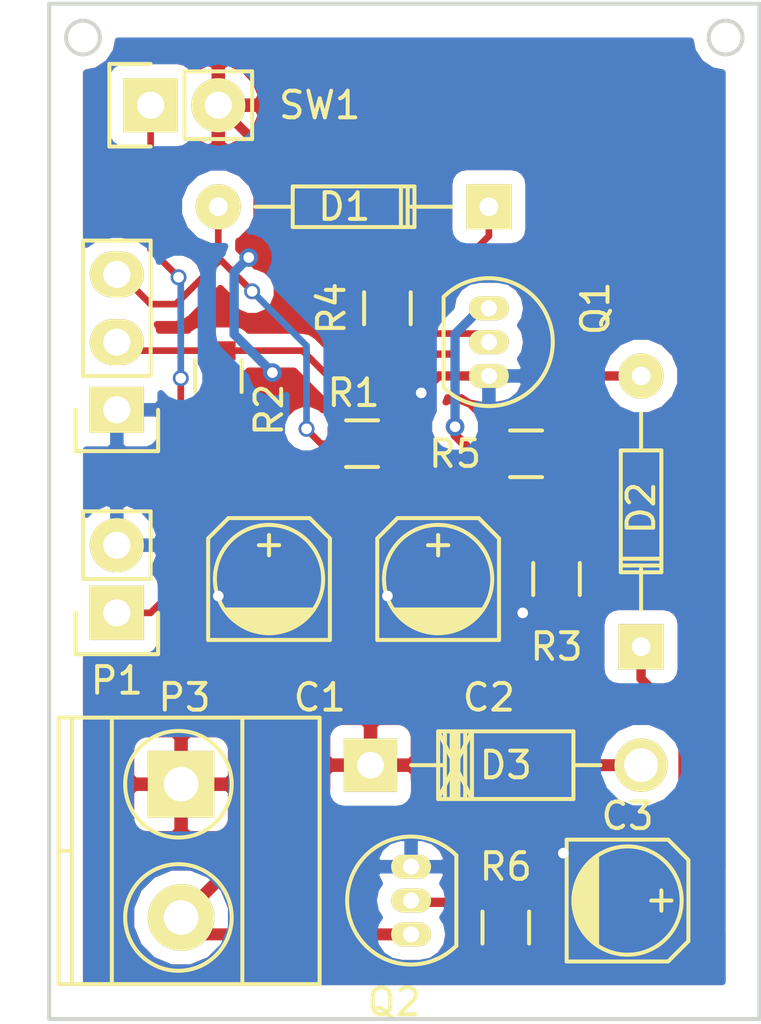
<source format=kicad_pcb>
(kicad_pcb (version 4) (host pcbnew 4.0.2-stable)

  (general
    (links 28)
    (no_connects 0)
    (area 152.324999 76.124999 179.145001 114.375001)
    (thickness 1.6)
    (drawings 6)
    (tracks 102)
    (zones 0)
    (modules 18)
    (nets 12)
  )

  (page A4)
  (layers
    (0 F.Cu signal)
    (31 B.Cu signal)
    (32 B.Adhes user)
    (33 F.Adhes user)
    (34 B.Paste user)
    (35 F.Paste user)
    (36 B.SilkS user)
    (37 F.SilkS user)
    (38 B.Mask user)
    (39 F.Mask user)
    (40 Dwgs.User user)
    (41 Cmts.User user)
    (42 Eco1.User user)
    (43 Eco2.User user)
    (44 Edge.Cuts user)
    (45 Margin user)
    (46 B.CrtYd user)
    (47 F.CrtYd user)
    (48 B.Fab user)
    (49 F.Fab user)
  )

  (setup
    (last_trace_width 0.25)
    (trace_clearance 0.2)
    (zone_clearance 0.508)
    (zone_45_only no)
    (trace_min 0.2)
    (segment_width 0.2)
    (edge_width 0.15)
    (via_size 0.6)
    (via_drill 0.4)
    (via_min_size 0.4)
    (via_min_drill 0.3)
    (uvia_size 0.3)
    (uvia_drill 0.1)
    (uvias_allowed no)
    (uvia_min_size 0.2)
    (uvia_min_drill 0.1)
    (pcb_text_width 0.3)
    (pcb_text_size 1.5 1.5)
    (mod_edge_width 0.15)
    (mod_text_size 1 1)
    (mod_text_width 0.15)
    (pad_size 1.524 1.524)
    (pad_drill 0.762)
    (pad_to_mask_clearance 0.2)
    (aux_axis_origin 0 0)
    (visible_elements 7FFEEFFF)
    (pcbplotparams
      (layerselection 0x00030_80000001)
      (usegerberextensions false)
      (excludeedgelayer true)
      (linewidth 0.100000)
      (plotframeref false)
      (viasonmask false)
      (mode 1)
      (useauxorigin false)
      (hpglpennumber 1)
      (hpglpenspeed 20)
      (hpglpendiameter 15)
      (hpglpenoverlay 2)
      (psnegative false)
      (psa4output false)
      (plotreference true)
      (plotvalue true)
      (plotinvisibletext false)
      (padsonsilk false)
      (subtractmaskfromsilk false)
      (outputformat 1)
      (mirror false)
      (drillshape 1)
      (scaleselection 1)
      (outputdirectory ""))
  )

  (net 0 "")
  (net 1 IR_R_3)
  (net 2 GND)
  (net 3 IR_R_2)
  (net 4 "Net-(C3-Pad1)")
  (net 5 "Net-(D1-Pad1)")
  (net 6 "Net-(D2-Pad2)")
  (net 7 /Rly1)
  (net 8 +6V)
  (net 9 "Net-(P1-Pad1)")
  (net 10 "Net-(Q1-Pad2)")
  (net 11 "Net-(Q2-Pad2)")

  (net_class Default "This is the default net class."
    (clearance 0.2)
    (trace_width 0.25)
    (via_dia 0.6)
    (via_drill 0.4)
    (uvia_dia 0.3)
    (uvia_drill 0.1)
    (add_net IR_R_2)
    (add_net IR_R_3)
    (add_net "Net-(D1-Pad1)")
    (add_net "Net-(P1-Pad1)")
    (add_net "Net-(Q1-Pad2)")
  )

  (net_class "High Power" ""
    (clearance 0.4)
    (trace_width 0.45)
    (via_dia 0.9)
    (via_drill 0.4)
    (uvia_dia 0.6)
    (uvia_drill 0.1)
    (add_net /Rly1)
  )

  (net_class Power ""
    (clearance 0.2)
    (trace_width 0.35)
    (via_dia 0.7)
    (via_drill 0.4)
    (uvia_dia 0.5)
    (uvia_drill 0.1)
    (add_net +6V)
    (add_net GND)
  )

  (net_class "Semi-High Power" ""
    (clearance 0.2)
    (trace_width 0.35)
    (via_dia 0.7)
    (via_drill 0.4)
    (uvia_dia 0.5)
    (uvia_drill 0.1)
    (add_net "Net-(C3-Pad1)")
    (add_net "Net-(D2-Pad2)")
    (add_net "Net-(Q2-Pad2)")
  )

  (module Capacitors_SMD:c_elec_4x5.7 (layer F.Cu) (tedit 556FDF26) (tstamp 57E2902C)
    (at 160.655 97.79 90)
    (descr "SMT capacitor, aluminium electrolytic, 4x5.7")
    (path /57E28AFD)
    (attr smd)
    (fp_text reference C1 (at -4.445 1.905 180) (layer F.SilkS)
      (effects (font (size 1 1) (thickness 0.15)))
    )
    (fp_text value 47uF (at 0 3.175 90) (layer F.Fab)
      (effects (font (size 1 1) (thickness 0.15)))
    )
    (fp_line (start -3.35 -2.65) (end 3.35 -2.65) (layer F.CrtYd) (width 0.05))
    (fp_line (start 3.35 -2.65) (end 3.35 2.65) (layer F.CrtYd) (width 0.05))
    (fp_line (start 3.35 2.65) (end -3.35 2.65) (layer F.CrtYd) (width 0.05))
    (fp_line (start -3.35 2.65) (end -3.35 -2.65) (layer F.CrtYd) (width 0.05))
    (fp_line (start 1.651 0) (end 0.889 0) (layer F.SilkS) (width 0.15))
    (fp_line (start 1.27 -0.381) (end 1.27 0.381) (layer F.SilkS) (width 0.15))
    (fp_line (start 1.524 2.286) (end -2.286 2.286) (layer F.SilkS) (width 0.15))
    (fp_line (start 2.286 -1.524) (end 2.286 1.524) (layer F.SilkS) (width 0.15))
    (fp_line (start 1.524 2.286) (end 2.286 1.524) (layer F.SilkS) (width 0.15))
    (fp_line (start 1.524 -2.286) (end -2.286 -2.286) (layer F.SilkS) (width 0.15))
    (fp_line (start 1.524 -2.286) (end 2.286 -1.524) (layer F.SilkS) (width 0.15))
    (fp_line (start -2.032 0.127) (end -2.032 -0.127) (layer F.SilkS) (width 0.15))
    (fp_line (start -1.905 -0.635) (end -1.905 0.635) (layer F.SilkS) (width 0.15))
    (fp_line (start -1.778 0.889) (end -1.778 -0.889) (layer F.SilkS) (width 0.15))
    (fp_line (start -1.651 1.143) (end -1.651 -1.143) (layer F.SilkS) (width 0.15))
    (fp_line (start -1.524 -1.27) (end -1.524 1.27) (layer F.SilkS) (width 0.15))
    (fp_line (start -1.397 1.397) (end -1.397 -1.397) (layer F.SilkS) (width 0.15))
    (fp_line (start -1.27 -1.524) (end -1.27 1.524) (layer F.SilkS) (width 0.15))
    (fp_line (start -1.143 -1.651) (end -1.143 1.651) (layer F.SilkS) (width 0.15))
    (fp_line (start -2.286 -2.286) (end -2.286 2.286) (layer F.SilkS) (width 0.15))
    (fp_circle (center 0 0) (end -2.032 0) (layer F.SilkS) (width 0.15))
    (pad 1 smd rect (at 1.80086 0 90) (size 2.60096 1.6002) (layers F.Cu F.Paste F.Mask)
      (net 1 IR_R_3))
    (pad 2 smd rect (at -1.80086 0 90) (size 2.60096 1.6002) (layers F.Cu F.Paste F.Mask)
      (net 2 GND))
    (model Capacitors_SMD.3dshapes/c_elec_4x5.7.wrl
      (at (xyz 0 0 0))
      (scale (xyz 1 1 1))
      (rotate (xyz 0 0 0))
    )
  )

  (module Capacitors_SMD:c_elec_4x5.7 (layer F.Cu) (tedit 556FDF26) (tstamp 57E29032)
    (at 167.005 97.79 90)
    (descr "SMT capacitor, aluminium electrolytic, 4x5.7")
    (path /57E28B5D)
    (attr smd)
    (fp_text reference C2 (at -4.445 1.905 180) (layer F.SilkS)
      (effects (font (size 1 1) (thickness 0.15)))
    )
    (fp_text value 22uF (at 0 3.175 90) (layer F.Fab)
      (effects (font (size 1 1) (thickness 0.15)))
    )
    (fp_line (start -3.35 -2.65) (end 3.35 -2.65) (layer F.CrtYd) (width 0.05))
    (fp_line (start 3.35 -2.65) (end 3.35 2.65) (layer F.CrtYd) (width 0.05))
    (fp_line (start 3.35 2.65) (end -3.35 2.65) (layer F.CrtYd) (width 0.05))
    (fp_line (start -3.35 2.65) (end -3.35 -2.65) (layer F.CrtYd) (width 0.05))
    (fp_line (start 1.651 0) (end 0.889 0) (layer F.SilkS) (width 0.15))
    (fp_line (start 1.27 -0.381) (end 1.27 0.381) (layer F.SilkS) (width 0.15))
    (fp_line (start 1.524 2.286) (end -2.286 2.286) (layer F.SilkS) (width 0.15))
    (fp_line (start 2.286 -1.524) (end 2.286 1.524) (layer F.SilkS) (width 0.15))
    (fp_line (start 1.524 2.286) (end 2.286 1.524) (layer F.SilkS) (width 0.15))
    (fp_line (start 1.524 -2.286) (end -2.286 -2.286) (layer F.SilkS) (width 0.15))
    (fp_line (start 1.524 -2.286) (end 2.286 -1.524) (layer F.SilkS) (width 0.15))
    (fp_line (start -2.032 0.127) (end -2.032 -0.127) (layer F.SilkS) (width 0.15))
    (fp_line (start -1.905 -0.635) (end -1.905 0.635) (layer F.SilkS) (width 0.15))
    (fp_line (start -1.778 0.889) (end -1.778 -0.889) (layer F.SilkS) (width 0.15))
    (fp_line (start -1.651 1.143) (end -1.651 -1.143) (layer F.SilkS) (width 0.15))
    (fp_line (start -1.524 -1.27) (end -1.524 1.27) (layer F.SilkS) (width 0.15))
    (fp_line (start -1.397 1.397) (end -1.397 -1.397) (layer F.SilkS) (width 0.15))
    (fp_line (start -1.27 -1.524) (end -1.27 1.524) (layer F.SilkS) (width 0.15))
    (fp_line (start -1.143 -1.651) (end -1.143 1.651) (layer F.SilkS) (width 0.15))
    (fp_line (start -2.286 -2.286) (end -2.286 2.286) (layer F.SilkS) (width 0.15))
    (fp_circle (center 0 0) (end -2.032 0) (layer F.SilkS) (width 0.15))
    (pad 1 smd rect (at 1.80086 0 90) (size 2.60096 1.6002) (layers F.Cu F.Paste F.Mask)
      (net 3 IR_R_2))
    (pad 2 smd rect (at -1.80086 0 90) (size 2.60096 1.6002) (layers F.Cu F.Paste F.Mask)
      (net 2 GND))
    (model Capacitors_SMD.3dshapes/c_elec_4x5.7.wrl
      (at (xyz 0 0 0))
      (scale (xyz 1 1 1))
      (rotate (xyz 0 0 0))
    )
  )

  (module Capacitors_SMD:c_elec_4x5.7 (layer F.Cu) (tedit 556FDF26) (tstamp 57E29038)
    (at 174.117 109.855)
    (descr "SMT capacitor, aluminium electrolytic, 4x5.7")
    (path /57E2ABCD)
    (attr smd)
    (fp_text reference C3 (at 0 -3.175) (layer F.SilkS)
      (effects (font (size 1 1) (thickness 0.15)))
    )
    (fp_text value 4.7uF (at 0 3.175) (layer F.Fab)
      (effects (font (size 1 1) (thickness 0.15)))
    )
    (fp_line (start -3.35 -2.65) (end 3.35 -2.65) (layer F.CrtYd) (width 0.05))
    (fp_line (start 3.35 -2.65) (end 3.35 2.65) (layer F.CrtYd) (width 0.05))
    (fp_line (start 3.35 2.65) (end -3.35 2.65) (layer F.CrtYd) (width 0.05))
    (fp_line (start -3.35 2.65) (end -3.35 -2.65) (layer F.CrtYd) (width 0.05))
    (fp_line (start 1.651 0) (end 0.889 0) (layer F.SilkS) (width 0.15))
    (fp_line (start 1.27 -0.381) (end 1.27 0.381) (layer F.SilkS) (width 0.15))
    (fp_line (start 1.524 2.286) (end -2.286 2.286) (layer F.SilkS) (width 0.15))
    (fp_line (start 2.286 -1.524) (end 2.286 1.524) (layer F.SilkS) (width 0.15))
    (fp_line (start 1.524 2.286) (end 2.286 1.524) (layer F.SilkS) (width 0.15))
    (fp_line (start 1.524 -2.286) (end -2.286 -2.286) (layer F.SilkS) (width 0.15))
    (fp_line (start 1.524 -2.286) (end 2.286 -1.524) (layer F.SilkS) (width 0.15))
    (fp_line (start -2.032 0.127) (end -2.032 -0.127) (layer F.SilkS) (width 0.15))
    (fp_line (start -1.905 -0.635) (end -1.905 0.635) (layer F.SilkS) (width 0.15))
    (fp_line (start -1.778 0.889) (end -1.778 -0.889) (layer F.SilkS) (width 0.15))
    (fp_line (start -1.651 1.143) (end -1.651 -1.143) (layer F.SilkS) (width 0.15))
    (fp_line (start -1.524 -1.27) (end -1.524 1.27) (layer F.SilkS) (width 0.15))
    (fp_line (start -1.397 1.397) (end -1.397 -1.397) (layer F.SilkS) (width 0.15))
    (fp_line (start -1.27 -1.524) (end -1.27 1.524) (layer F.SilkS) (width 0.15))
    (fp_line (start -1.143 -1.651) (end -1.143 1.651) (layer F.SilkS) (width 0.15))
    (fp_line (start -2.286 -2.286) (end -2.286 2.286) (layer F.SilkS) (width 0.15))
    (fp_circle (center 0 0) (end -2.032 0) (layer F.SilkS) (width 0.15))
    (pad 1 smd rect (at 1.80086 0) (size 2.60096 1.6002) (layers F.Cu F.Paste F.Mask)
      (net 4 "Net-(C3-Pad1)"))
    (pad 2 smd rect (at -1.80086 0) (size 2.60096 1.6002) (layers F.Cu F.Paste F.Mask)
      (net 2 GND))
    (model Capacitors_SMD.3dshapes/c_elec_4x5.7.wrl
      (at (xyz 0 0 0))
      (scale (xyz 1 1 1))
      (rotate (xyz 0 0 0))
    )
  )

  (module Diodes_ThroughHole:Diode_DO-35_SOD27_Horizontal_RM10 (layer F.Cu) (tedit 552FFC30) (tstamp 57E2903E)
    (at 168.91052 83.81746 180)
    (descr "Diode, DO-35,  SOD27, Horizontal, RM 10mm")
    (tags "Diode, DO-35, SOD27, Horizontal, RM 10mm, 1N4148,")
    (path /57E28969)
    (fp_text reference D1 (at 5.43052 -0.00254 180) (layer F.SilkS)
      (effects (font (size 1 1) (thickness 0.15)))
    )
    (fp_text value 1N4148 (at 4.41452 -3.55854 180) (layer F.Fab)
      (effects (font (size 1 1) (thickness 0.15)))
    )
    (fp_line (start 7.36652 -0.00254) (end 8.76352 -0.00254) (layer F.SilkS) (width 0.15))
    (fp_line (start 2.92152 -0.00254) (end 1.39752 -0.00254) (layer F.SilkS) (width 0.15))
    (fp_line (start 3.30252 -0.76454) (end 3.30252 0.75946) (layer F.SilkS) (width 0.15))
    (fp_line (start 3.04852 -0.76454) (end 3.04852 0.75946) (layer F.SilkS) (width 0.15))
    (fp_line (start 2.79452 -0.00254) (end 2.79452 0.75946) (layer F.SilkS) (width 0.15))
    (fp_line (start 2.79452 0.75946) (end 7.36652 0.75946) (layer F.SilkS) (width 0.15))
    (fp_line (start 7.36652 0.75946) (end 7.36652 -0.76454) (layer F.SilkS) (width 0.15))
    (fp_line (start 7.36652 -0.76454) (end 2.79452 -0.76454) (layer F.SilkS) (width 0.15))
    (fp_line (start 2.79452 -0.76454) (end 2.79452 -0.00254) (layer F.SilkS) (width 0.15))
    (pad 2 thru_hole circle (at 10.16052 -0.00254) (size 1.69926 1.69926) (drill 0.70104) (layers *.Cu *.Mask F.SilkS)
      (net 1 IR_R_3))
    (pad 1 thru_hole rect (at 0.00052 -0.00254) (size 1.69926 1.69926) (drill 0.70104) (layers *.Cu *.Mask F.SilkS)
      (net 5 "Net-(D1-Pad1)"))
    (model Diodes_ThroughHole.3dshapes/Diode_DO-35_SOD27_Horizontal_RM10.wrl
      (at (xyz 0.2 0 0))
      (scale (xyz 0.4 0.4 0.4))
      (rotate (xyz 0 0 180))
    )
  )

  (module Diodes_ThroughHole:Diode_DO-35_SOD27_Horizontal_RM10 (layer F.Cu) (tedit 552FFC30) (tstamp 57E29044)
    (at 174.62754 100.33052 90)
    (descr "Diode, DO-35,  SOD27, Horizontal, RM 10mm")
    (tags "Diode, DO-35, SOD27, Horizontal, RM 10mm, 1N4148,")
    (path /57E28DE6)
    (fp_text reference D2 (at 5.20752 -0.00254 90) (layer F.SilkS)
      (effects (font (size 1 1) (thickness 0.15)))
    )
    (fp_text value 1N4148 (at 4.41452 -3.55854 90) (layer F.Fab)
      (effects (font (size 1 1) (thickness 0.15)))
    )
    (fp_line (start 7.36652 -0.00254) (end 8.76352 -0.00254) (layer F.SilkS) (width 0.15))
    (fp_line (start 2.92152 -0.00254) (end 1.39752 -0.00254) (layer F.SilkS) (width 0.15))
    (fp_line (start 3.30252 -0.76454) (end 3.30252 0.75946) (layer F.SilkS) (width 0.15))
    (fp_line (start 3.04852 -0.76454) (end 3.04852 0.75946) (layer F.SilkS) (width 0.15))
    (fp_line (start 2.79452 -0.00254) (end 2.79452 0.75946) (layer F.SilkS) (width 0.15))
    (fp_line (start 2.79452 0.75946) (end 7.36652 0.75946) (layer F.SilkS) (width 0.15))
    (fp_line (start 7.36652 0.75946) (end 7.36652 -0.76454) (layer F.SilkS) (width 0.15))
    (fp_line (start 7.36652 -0.76454) (end 2.79452 -0.76454) (layer F.SilkS) (width 0.15))
    (fp_line (start 2.79452 -0.76454) (end 2.79452 -0.00254) (layer F.SilkS) (width 0.15))
    (pad 2 thru_hole circle (at 10.16052 -0.00254 270) (size 1.69926 1.69926) (drill 0.70104) (layers *.Cu *.Mask F.SilkS)
      (net 6 "Net-(D2-Pad2)"))
    (pad 1 thru_hole rect (at 0.00052 -0.00254 270) (size 1.69926 1.69926) (drill 0.70104) (layers *.Cu *.Mask F.SilkS)
      (net 4 "Net-(C3-Pad1)"))
    (model Diodes_ThroughHole.3dshapes/Diode_DO-35_SOD27_Horizontal_RM10.wrl
      (at (xyz 0.2 0 0))
      (scale (xyz 0.4 0.4 0.4))
      (rotate (xyz 0 0 180))
    )
  )

  (module Diodes_ThroughHole:Diode_DO-41_SOD81_Horizontal_RM10 (layer F.Cu) (tedit 552FFCCE) (tstamp 57E2904A)
    (at 164.465 104.77754)
    (descr "Diode, DO-41, SOD81, Horizontal, RM 10mm,")
    (tags "Diode, DO-41, SOD81, Horizontal, RM 10mm, 1N4007, SB140,")
    (path /57E303C5)
    (fp_text reference D3 (at 5.08 -0.00254) (layer F.SilkS)
      (effects (font (size 1 1) (thickness 0.15)))
    )
    (fp_text value 1N4007 (at 4.37134 -3.55854) (layer F.Fab)
      (effects (font (size 1 1) (thickness 0.15)))
    )
    (fp_line (start 7.62 -0.00254) (end 8.636 -0.00254) (layer F.SilkS) (width 0.15))
    (fp_line (start 2.794 -0.00254) (end 1.524 -0.00254) (layer F.SilkS) (width 0.15))
    (fp_line (start 3.048 -1.27254) (end 3.048 1.26746) (layer F.SilkS) (width 0.15))
    (fp_line (start 3.302 -1.27254) (end 3.302 1.26746) (layer F.SilkS) (width 0.15))
    (fp_line (start 3.556 -1.27254) (end 3.556 1.26746) (layer F.SilkS) (width 0.15))
    (fp_line (start 2.794 -1.27254) (end 2.794 1.26746) (layer F.SilkS) (width 0.15))
    (fp_line (start 3.81 -1.27254) (end 2.54 1.26746) (layer F.SilkS) (width 0.15))
    (fp_line (start 2.54 -1.27254) (end 3.81 1.26746) (layer F.SilkS) (width 0.15))
    (fp_line (start 3.81 -1.27254) (end 3.81 1.26746) (layer F.SilkS) (width 0.15))
    (fp_line (start 3.175 -1.27254) (end 3.175 1.26746) (layer F.SilkS) (width 0.15))
    (fp_line (start 2.54 1.26746) (end 2.54 -1.27254) (layer F.SilkS) (width 0.15))
    (fp_line (start 2.54 -1.27254) (end 7.62 -1.27254) (layer F.SilkS) (width 0.15))
    (fp_line (start 7.62 -1.27254) (end 7.62 1.26746) (layer F.SilkS) (width 0.15))
    (fp_line (start 7.62 1.26746) (end 2.54 1.26746) (layer F.SilkS) (width 0.15))
    (pad 2 thru_hole circle (at 10.16 -0.00254 180) (size 1.99898 1.99898) (drill 1.27) (layers *.Cu *.Mask F.SilkS)
      (net 7 /Rly1))
    (pad 1 thru_hole rect (at 0 -0.00254 180) (size 1.99898 1.99898) (drill 1.00076) (layers *.Cu *.Mask F.SilkS)
      (net 8 +6V))
  )

  (module Pin_Headers:Pin_Header_Straight_1x02 (layer F.Cu) (tedit 54EA090C) (tstamp 57E29050)
    (at 154.94 99.06 180)
    (descr "Through hole pin header")
    (tags "pin header")
    (path /57E32EAF)
    (fp_text reference P1 (at 0 -2.54 180) (layer F.SilkS)
      (effects (font (size 1 1) (thickness 0.15)))
    )
    (fp_text value BATT (at 0 -3.1 180) (layer F.Fab)
      (effects (font (size 1 1) (thickness 0.15)))
    )
    (fp_line (start 1.27 1.27) (end 1.27 3.81) (layer F.SilkS) (width 0.15))
    (fp_line (start 1.55 -1.55) (end 1.55 0) (layer F.SilkS) (width 0.15))
    (fp_line (start -1.75 -1.75) (end -1.75 4.3) (layer F.CrtYd) (width 0.05))
    (fp_line (start 1.75 -1.75) (end 1.75 4.3) (layer F.CrtYd) (width 0.05))
    (fp_line (start -1.75 -1.75) (end 1.75 -1.75) (layer F.CrtYd) (width 0.05))
    (fp_line (start -1.75 4.3) (end 1.75 4.3) (layer F.CrtYd) (width 0.05))
    (fp_line (start 1.27 1.27) (end -1.27 1.27) (layer F.SilkS) (width 0.15))
    (fp_line (start -1.55 0) (end -1.55 -1.55) (layer F.SilkS) (width 0.15))
    (fp_line (start -1.55 -1.55) (end 1.55 -1.55) (layer F.SilkS) (width 0.15))
    (fp_line (start -1.27 1.27) (end -1.27 3.81) (layer F.SilkS) (width 0.15))
    (fp_line (start -1.27 3.81) (end 1.27 3.81) (layer F.SilkS) (width 0.15))
    (pad 1 thru_hole rect (at 0 0 180) (size 2.032 2.032) (drill 1.016) (layers *.Cu *.Mask F.SilkS)
      (net 9 "Net-(P1-Pad1)"))
    (pad 2 thru_hole oval (at 0 2.54 180) (size 2.032 2.032) (drill 1.016) (layers *.Cu *.Mask F.SilkS)
      (net 2 GND))
    (model Pin_Headers.3dshapes/Pin_Header_Straight_1x02.wrl
      (at (xyz 0 -0.05 0))
      (scale (xyz 1 1 1))
      (rotate (xyz 0 0 90))
    )
  )

  (module Pin_Headers:Pin_Header_Straight_1x03 (layer F.Cu) (tedit 0) (tstamp 57E29057)
    (at 154.94 91.44 180)
    (descr "Through hole pin header")
    (tags "pin header")
    (path /57E288EB)
    (fp_text reference P2 (at 0 -5.1 180) (layer F.SilkS)
      (effects (font (size 1 1) (thickness 0.15)))
    )
    (fp_text value IR_Reciever (at 0 -3.1 180) (layer F.Fab)
      (effects (font (size 1 1) (thickness 0.15)))
    )
    (fp_line (start -1.75 -1.75) (end -1.75 6.85) (layer F.CrtYd) (width 0.05))
    (fp_line (start 1.75 -1.75) (end 1.75 6.85) (layer F.CrtYd) (width 0.05))
    (fp_line (start -1.75 -1.75) (end 1.75 -1.75) (layer F.CrtYd) (width 0.05))
    (fp_line (start -1.75 6.85) (end 1.75 6.85) (layer F.CrtYd) (width 0.05))
    (fp_line (start -1.27 1.27) (end -1.27 6.35) (layer F.SilkS) (width 0.15))
    (fp_line (start -1.27 6.35) (end 1.27 6.35) (layer F.SilkS) (width 0.15))
    (fp_line (start 1.27 6.35) (end 1.27 1.27) (layer F.SilkS) (width 0.15))
    (fp_line (start 1.55 -1.55) (end 1.55 0) (layer F.SilkS) (width 0.15))
    (fp_line (start 1.27 1.27) (end -1.27 1.27) (layer F.SilkS) (width 0.15))
    (fp_line (start -1.55 0) (end -1.55 -1.55) (layer F.SilkS) (width 0.15))
    (fp_line (start -1.55 -1.55) (end 1.55 -1.55) (layer F.SilkS) (width 0.15))
    (pad 1 thru_hole rect (at 0 0 180) (size 2.032 1.7272) (drill 1.016) (layers *.Cu *.Mask F.SilkS)
      (net 2 GND))
    (pad 2 thru_hole oval (at 0 2.54 180) (size 2.032 1.7272) (drill 1.016) (layers *.Cu *.Mask F.SilkS)
      (net 3 IR_R_2))
    (pad 3 thru_hole oval (at 0 5.08 180) (size 2.032 1.7272) (drill 1.016) (layers *.Cu *.Mask F.SilkS)
      (net 1 IR_R_3))
    (model Pin_Headers.3dshapes/Pin_Header_Straight_1x03.wrl
      (at (xyz 0 -0.1 0))
      (scale (xyz 1 1 1))
      (rotate (xyz 0 0 90))
    )
  )

  (module Terminal_Blocks:TerminalBlock_Pheonix_MKDS1.5-2pol (layer F.Cu) (tedit 563007E4) (tstamp 57E2905D)
    (at 157.353 105.49 270)
    (descr "2-way 5mm pitch terminal block, Phoenix MKDS series")
    (path /57E3053D)
    (fp_text reference P3 (at -3.255 -0.127 360) (layer F.SilkS)
      (effects (font (size 1 1) (thickness 0.15)))
    )
    (fp_text value NC_Motor_Relay (at 2.5 -6.6 270) (layer F.Fab)
      (effects (font (size 1 1) (thickness 0.15)))
    )
    (fp_line (start -2.7 -5.4) (end 7.7 -5.4) (layer F.CrtYd) (width 0.05))
    (fp_line (start -2.7 4.8) (end -2.7 -5.4) (layer F.CrtYd) (width 0.05))
    (fp_line (start 7.7 4.8) (end -2.7 4.8) (layer F.CrtYd) (width 0.05))
    (fp_line (start 7.7 -5.4) (end 7.7 4.8) (layer F.CrtYd) (width 0.05))
    (fp_line (start 2.5 4.1) (end 2.5 4.6) (layer F.SilkS) (width 0.15))
    (fp_circle (center 5 0.1) (end 3 0.1) (layer F.SilkS) (width 0.15))
    (fp_circle (center 0 0.1) (end 2 0.1) (layer F.SilkS) (width 0.15))
    (fp_line (start -2.5 2.6) (end 7.5 2.6) (layer F.SilkS) (width 0.15))
    (fp_line (start -2.5 -2.3) (end 7.5 -2.3) (layer F.SilkS) (width 0.15))
    (fp_line (start -2.5 4.1) (end 7.5 4.1) (layer F.SilkS) (width 0.15))
    (fp_line (start -2.5 4.6) (end 7.5 4.6) (layer F.SilkS) (width 0.15))
    (fp_line (start 7.5 4.6) (end 7.5 -5.2) (layer F.SilkS) (width 0.15))
    (fp_line (start 7.5 -5.2) (end -2.5 -5.2) (layer F.SilkS) (width 0.15))
    (fp_line (start -2.5 -5.2) (end -2.5 4.6) (layer F.SilkS) (width 0.15))
    (pad 1 thru_hole rect (at 0 0 270) (size 2.5 2.5) (drill 1.3) (layers *.Cu *.Mask F.SilkS)
      (net 8 +6V))
    (pad 2 thru_hole circle (at 5 0 270) (size 2.5 2.5) (drill 1.3) (layers *.Cu *.Mask F.SilkS)
      (net 7 /Rly1))
    (model Terminal_Blocks.3dshapes/TerminalBlock_Pheonix_MKDS1.5-2pol.wrl
      (at (xyz 0.0984 0 0))
      (scale (xyz 1 1 1))
      (rotate (xyz 0 0 0))
    )
  )

  (module TO_SOT_Packages_THT:TO-92_Inline_Narrow_Oval (layer F.Cu) (tedit 54F24281) (tstamp 57E29064)
    (at 168.91 87.63 270)
    (descr "TO-92 leads in-line, narrow, oval pads, drill 0.6mm (see NXP sot054_po.pdf)")
    (tags "to-92 sc-43 sc-43a sot54 PA33 transistor")
    (path /57E299F6)
    (fp_text reference Q1 (at 0 -4 270) (layer F.SilkS)
      (effects (font (size 1 1) (thickness 0.15)))
    )
    (fp_text value BC548 (at 0 3 270) (layer F.Fab)
      (effects (font (size 1 1) (thickness 0.15)))
    )
    (fp_line (start -1.4 1.95) (end -1.4 -2.65) (layer F.CrtYd) (width 0.05))
    (fp_line (start -1.4 1.95) (end 3.95 1.95) (layer F.CrtYd) (width 0.05))
    (fp_line (start -0.43 1.7) (end 2.97 1.7) (layer F.SilkS) (width 0.15))
    (fp_arc (start 1.27 0) (end 1.27 -2.4) (angle -135) (layer F.SilkS) (width 0.15))
    (fp_arc (start 1.27 0) (end 1.27 -2.4) (angle 135) (layer F.SilkS) (width 0.15))
    (fp_line (start -1.4 -2.65) (end 3.95 -2.65) (layer F.CrtYd) (width 0.05))
    (fp_line (start 3.95 1.95) (end 3.95 -2.65) (layer F.CrtYd) (width 0.05))
    (pad 2 thru_hole oval (at 1.27 0 90) (size 0.89916 1.50114) (drill 0.6) (layers *.Cu *.Mask F.SilkS)
      (net 10 "Net-(Q1-Pad2)"))
    (pad 3 thru_hole oval (at 2.54 0 90) (size 0.89916 1.50114) (drill 0.6) (layers *.Cu *.Mask F.SilkS)
      (net 2 GND))
    (pad 1 thru_hole oval (at 0 0 90) (size 0.89916 1.50114) (drill 0.6) (layers *.Cu *.Mask F.SilkS)
      (net 6 "Net-(D2-Pad2)"))
    (model TO_SOT_Packages_THT.3dshapes/TO-92_Inline_Narrow_Oval.wrl
      (at (xyz 0.05 0 0))
      (scale (xyz 1 1 1))
      (rotate (xyz 0 0 -90))
    )
  )

  (module TO_SOT_Packages_THT:TO-92_Inline_Narrow_Oval (layer F.Cu) (tedit 54F24281) (tstamp 57E2906B)
    (at 165.989 111.125 90)
    (descr "TO-92 leads in-line, narrow, oval pads, drill 0.6mm (see NXP sot054_po.pdf)")
    (tags "to-92 sc-43 sc-43a sot54 PA33 transistor")
    (path /57E2C063)
    (fp_text reference Q2 (at -2.54 -0.635 360) (layer F.SilkS)
      (effects (font (size 1 1) (thickness 0.15)))
    )
    (fp_text value BC548 (at 0 3 90) (layer F.Fab)
      (effects (font (size 1 1) (thickness 0.15)))
    )
    (fp_line (start -1.4 1.95) (end -1.4 -2.65) (layer F.CrtYd) (width 0.05))
    (fp_line (start -1.4 1.95) (end 3.95 1.95) (layer F.CrtYd) (width 0.05))
    (fp_line (start -0.43 1.7) (end 2.97 1.7) (layer F.SilkS) (width 0.15))
    (fp_arc (start 1.27 0) (end 1.27 -2.4) (angle -135) (layer F.SilkS) (width 0.15))
    (fp_arc (start 1.27 0) (end 1.27 -2.4) (angle 135) (layer F.SilkS) (width 0.15))
    (fp_line (start -1.4 -2.65) (end 3.95 -2.65) (layer F.CrtYd) (width 0.05))
    (fp_line (start 3.95 1.95) (end 3.95 -2.65) (layer F.CrtYd) (width 0.05))
    (pad 2 thru_hole oval (at 1.27 0 270) (size 0.89916 1.50114) (drill 0.6) (layers *.Cu *.Mask F.SilkS)
      (net 11 "Net-(Q2-Pad2)"))
    (pad 3 thru_hole oval (at 2.54 0 270) (size 0.89916 1.50114) (drill 0.6) (layers *.Cu *.Mask F.SilkS)
      (net 2 GND))
    (pad 1 thru_hole oval (at 0 0 270) (size 0.89916 1.50114) (drill 0.6) (layers *.Cu *.Mask F.SilkS)
      (net 7 /Rly1))
    (model TO_SOT_Packages_THT.3dshapes/TO-92_Inline_Narrow_Oval.wrl
      (at (xyz 0.05 0 0))
      (scale (xyz 1 1 1))
      (rotate (xyz 0 0 -90))
    )
  )

  (module Resistors_SMD:R_0805 (layer F.Cu) (tedit 5415CDEB) (tstamp 57E29071)
    (at 164.15 92.71 180)
    (descr "Resistor SMD 0805, reflow soldering, Vishay (see dcrcw.pdf)")
    (tags "resistor 0805")
    (path /57E289A6)
    (attr smd)
    (fp_text reference R1 (at 0.32 1.905 180) (layer F.SilkS)
      (effects (font (size 1 1) (thickness 0.15)))
    )
    (fp_text value 33k (at 0 2.1 180) (layer F.Fab)
      (effects (font (size 1 1) (thickness 0.15)))
    )
    (fp_line (start -1.6 -1) (end 1.6 -1) (layer F.CrtYd) (width 0.05))
    (fp_line (start -1.6 1) (end 1.6 1) (layer F.CrtYd) (width 0.05))
    (fp_line (start -1.6 -1) (end -1.6 1) (layer F.CrtYd) (width 0.05))
    (fp_line (start 1.6 -1) (end 1.6 1) (layer F.CrtYd) (width 0.05))
    (fp_line (start 0.6 0.875) (end -0.6 0.875) (layer F.SilkS) (width 0.15))
    (fp_line (start -0.6 -0.875) (end 0.6 -0.875) (layer F.SilkS) (width 0.15))
    (pad 1 smd rect (at -0.95 0 180) (size 0.7 1.3) (layers F.Cu F.Paste F.Mask)
      (net 3 IR_R_2))
    (pad 2 smd rect (at 0.95 0 180) (size 0.7 1.3) (layers F.Cu F.Paste F.Mask)
      (net 1 IR_R_3))
    (model Resistors_SMD.3dshapes/R_0805.wrl
      (at (xyz 0 0 0))
      (scale (xyz 1 1 1))
      (rotate (xyz 0 0 0))
    )
  )

  (module Resistors_SMD:R_0805 (layer F.Cu) (tedit 5415CDEB) (tstamp 57E29077)
    (at 158.75 90.17 90)
    (descr "Resistor SMD 0805, reflow soldering, Vishay (see dcrcw.pdf)")
    (tags "resistor 0805")
    (path /57E28E56)
    (attr smd)
    (fp_text reference R2 (at -1.27 1.905 90) (layer F.SilkS)
      (effects (font (size 1 1) (thickness 0.15)))
    )
    (fp_text value 560 (at 0 2.1 90) (layer F.Fab)
      (effects (font (size 1 1) (thickness 0.15)))
    )
    (fp_line (start -1.6 -1) (end 1.6 -1) (layer F.CrtYd) (width 0.05))
    (fp_line (start -1.6 1) (end 1.6 1) (layer F.CrtYd) (width 0.05))
    (fp_line (start -1.6 -1) (end -1.6 1) (layer F.CrtYd) (width 0.05))
    (fp_line (start 1.6 -1) (end 1.6 1) (layer F.CrtYd) (width 0.05))
    (fp_line (start 0.6 0.875) (end -0.6 0.875) (layer F.SilkS) (width 0.15))
    (fp_line (start -0.6 -0.875) (end 0.6 -0.875) (layer F.SilkS) (width 0.15))
    (pad 1 smd rect (at -0.95 0 90) (size 0.7 1.3) (layers F.Cu F.Paste F.Mask)
      (net 8 +6V))
    (pad 2 smd rect (at 0.95 0 90) (size 0.7 1.3) (layers F.Cu F.Paste F.Mask)
      (net 3 IR_R_2))
    (model Resistors_SMD.3dshapes/R_0805.wrl
      (at (xyz 0 0 0))
      (scale (xyz 1 1 1))
      (rotate (xyz 0 0 0))
    )
  )

  (module Resistors_SMD:R_0805 (layer F.Cu) (tedit 5415CDEB) (tstamp 57E2907D)
    (at 171.45 97.79 270)
    (descr "Resistor SMD 0805, reflow soldering, Vishay (see dcrcw.pdf)")
    (tags "resistor 0805")
    (path /57E28B9B)
    (attr smd)
    (fp_text reference R3 (at 2.54 0 360) (layer F.SilkS)
      (effects (font (size 1 1) (thickness 0.15)))
    )
    (fp_text value 100k (at 0 2.1 270) (layer F.Fab)
      (effects (font (size 1 1) (thickness 0.15)))
    )
    (fp_line (start -1.6 -1) (end 1.6 -1) (layer F.CrtYd) (width 0.05))
    (fp_line (start -1.6 1) (end 1.6 1) (layer F.CrtYd) (width 0.05))
    (fp_line (start -1.6 -1) (end -1.6 1) (layer F.CrtYd) (width 0.05))
    (fp_line (start 1.6 -1) (end 1.6 1) (layer F.CrtYd) (width 0.05))
    (fp_line (start 0.6 0.875) (end -0.6 0.875) (layer F.SilkS) (width 0.15))
    (fp_line (start -0.6 -0.875) (end 0.6 -0.875) (layer F.SilkS) (width 0.15))
    (pad 1 smd rect (at -0.95 0 270) (size 0.7 1.3) (layers F.Cu F.Paste F.Mask)
      (net 3 IR_R_2))
    (pad 2 smd rect (at 0.95 0 270) (size 0.7 1.3) (layers F.Cu F.Paste F.Mask)
      (net 2 GND))
    (model Resistors_SMD.3dshapes/R_0805.wrl
      (at (xyz 0 0 0))
      (scale (xyz 1 1 1))
      (rotate (xyz 0 0 0))
    )
  )

  (module Resistors_SMD:R_0805 (layer F.Cu) (tedit 5415CDEB) (tstamp 57E29083)
    (at 165.1 87.63 90)
    (descr "Resistor SMD 0805, reflow soldering, Vishay (see dcrcw.pdf)")
    (tags "resistor 0805")
    (path /57E28D9B)
    (attr smd)
    (fp_text reference R4 (at 0 -2.1 90) (layer F.SilkS)
      (effects (font (size 1 1) (thickness 0.15)))
    )
    (fp_text value 47k (at 0 2.1 90) (layer F.Fab)
      (effects (font (size 1 1) (thickness 0.15)))
    )
    (fp_line (start -1.6 -1) (end 1.6 -1) (layer F.CrtYd) (width 0.05))
    (fp_line (start -1.6 1) (end 1.6 1) (layer F.CrtYd) (width 0.05))
    (fp_line (start -1.6 -1) (end -1.6 1) (layer F.CrtYd) (width 0.05))
    (fp_line (start 1.6 -1) (end 1.6 1) (layer F.CrtYd) (width 0.05))
    (fp_line (start 0.6 0.875) (end -0.6 0.875) (layer F.SilkS) (width 0.15))
    (fp_line (start -0.6 -0.875) (end 0.6 -0.875) (layer F.SilkS) (width 0.15))
    (pad 1 smd rect (at -0.95 0 90) (size 0.7 1.3) (layers F.Cu F.Paste F.Mask)
      (net 10 "Net-(Q1-Pad2)"))
    (pad 2 smd rect (at 0.95 0 90) (size 0.7 1.3) (layers F.Cu F.Paste F.Mask)
      (net 5 "Net-(D1-Pad1)"))
    (model Resistors_SMD.3dshapes/R_0805.wrl
      (at (xyz 0 0 0))
      (scale (xyz 1 1 1))
      (rotate (xyz 0 0 0))
    )
  )

  (module Resistors_SMD:R_0805 (layer F.Cu) (tedit 5415CDEB) (tstamp 57E29089)
    (at 170.307 93.091)
    (descr "Resistor SMD 0805, reflow soldering, Vishay (see dcrcw.pdf)")
    (tags "resistor 0805")
    (path /57E28EA2)
    (attr smd)
    (fp_text reference R5 (at -2.667 0) (layer F.SilkS)
      (effects (font (size 1 1) (thickness 0.15)))
    )
    (fp_text value 10k (at 0 2.1) (layer F.Fab)
      (effects (font (size 1 1) (thickness 0.15)))
    )
    (fp_line (start -1.6 -1) (end 1.6 -1) (layer F.CrtYd) (width 0.05))
    (fp_line (start -1.6 1) (end 1.6 1) (layer F.CrtYd) (width 0.05))
    (fp_line (start -1.6 -1) (end -1.6 1) (layer F.CrtYd) (width 0.05))
    (fp_line (start 1.6 -1) (end 1.6 1) (layer F.CrtYd) (width 0.05))
    (fp_line (start 0.6 0.875) (end -0.6 0.875) (layer F.SilkS) (width 0.15))
    (fp_line (start -0.6 -0.875) (end 0.6 -0.875) (layer F.SilkS) (width 0.15))
    (pad 1 smd rect (at -0.95 0) (size 0.7 1.3) (layers F.Cu F.Paste F.Mask)
      (net 6 "Net-(D2-Pad2)"))
    (pad 2 smd rect (at 0.95 0) (size 0.7 1.3) (layers F.Cu F.Paste F.Mask)
      (net 8 +6V))
    (model Resistors_SMD.3dshapes/R_0805.wrl
      (at (xyz 0 0 0))
      (scale (xyz 1 1 1))
      (rotate (xyz 0 0 0))
    )
  )

  (module Resistors_SMD:R_0805 (layer F.Cu) (tedit 5415CDEB) (tstamp 57E2908F)
    (at 169.545 110.871 270)
    (descr "Resistor SMD 0805, reflow soldering, Vishay (see dcrcw.pdf)")
    (tags "resistor 0805")
    (path /57E2AC5D)
    (attr smd)
    (fp_text reference R6 (at -2.286 0 360) (layer F.SilkS)
      (effects (font (size 1 1) (thickness 0.15)))
    )
    (fp_text value 10k (at 0 2.1 270) (layer F.Fab)
      (effects (font (size 1 1) (thickness 0.15)))
    )
    (fp_line (start -1.6 -1) (end 1.6 -1) (layer F.CrtYd) (width 0.05))
    (fp_line (start -1.6 1) (end 1.6 1) (layer F.CrtYd) (width 0.05))
    (fp_line (start -1.6 -1) (end -1.6 1) (layer F.CrtYd) (width 0.05))
    (fp_line (start 1.6 -1) (end 1.6 1) (layer F.CrtYd) (width 0.05))
    (fp_line (start 0.6 0.875) (end -0.6 0.875) (layer F.SilkS) (width 0.15))
    (fp_line (start -0.6 -0.875) (end 0.6 -0.875) (layer F.SilkS) (width 0.15))
    (pad 1 smd rect (at -0.95 0 270) (size 0.7 1.3) (layers F.Cu F.Paste F.Mask)
      (net 11 "Net-(Q2-Pad2)"))
    (pad 2 smd rect (at 0.95 0 270) (size 0.7 1.3) (layers F.Cu F.Paste F.Mask)
      (net 4 "Net-(C3-Pad1)"))
    (model Resistors_SMD.3dshapes/R_0805.wrl
      (at (xyz 0 0 0))
      (scale (xyz 1 1 1))
      (rotate (xyz 0 0 0))
    )
  )

  (module Socket_Strips:Socket_Strip_Straight_1x02 (layer F.Cu) (tedit 54E9F75E) (tstamp 57E29095)
    (at 156.21 80.01)
    (descr "Through hole socket strip")
    (tags "socket strip")
    (path /57E36DBB)
    (fp_text reference SW1 (at 6.35 0) (layer F.SilkS)
      (effects (font (size 1 1) (thickness 0.15)))
    )
    (fp_text value SPST (at 0 -3.1) (layer F.Fab)
      (effects (font (size 1 1) (thickness 0.15)))
    )
    (fp_line (start -1.55 1.55) (end 0 1.55) (layer F.SilkS) (width 0.15))
    (fp_line (start 3.81 1.27) (end 1.27 1.27) (layer F.SilkS) (width 0.15))
    (fp_line (start -1.75 -1.75) (end -1.75 1.75) (layer F.CrtYd) (width 0.05))
    (fp_line (start 4.3 -1.75) (end 4.3 1.75) (layer F.CrtYd) (width 0.05))
    (fp_line (start -1.75 -1.75) (end 4.3 -1.75) (layer F.CrtYd) (width 0.05))
    (fp_line (start -1.75 1.75) (end 4.3 1.75) (layer F.CrtYd) (width 0.05))
    (fp_line (start 1.27 1.27) (end 1.27 -1.27) (layer F.SilkS) (width 0.15))
    (fp_line (start 0 -1.55) (end -1.55 -1.55) (layer F.SilkS) (width 0.15))
    (fp_line (start -1.55 -1.55) (end -1.55 1.55) (layer F.SilkS) (width 0.15))
    (fp_line (start 1.27 -1.27) (end 3.81 -1.27) (layer F.SilkS) (width 0.15))
    (fp_line (start 3.81 -1.27) (end 3.81 1.27) (layer F.SilkS) (width 0.15))
    (pad 1 thru_hole rect (at 0 0) (size 2.032 2.032) (drill 1.016) (layers *.Cu *.Mask F.SilkS)
      (net 9 "Net-(P1-Pad1)"))
    (pad 2 thru_hole oval (at 2.54 0) (size 2.032 2.032) (drill 1.016) (layers *.Cu *.Mask F.SilkS)
      (net 8 +6V))
    (model Socket_Strips.3dshapes/Socket_Strip_Straight_1x02.wrl
      (at (xyz 0.05 0 0))
      (scale (xyz 1 1 1))
      (rotate (xyz 0 0 180))
    )
  )

  (gr_circle (center 177.8 77.47) (end 177.8 76.835) (layer Edge.Cuts) (width 0.15) (tstamp 57E742A0))
  (gr_circle (center 153.67 77.47) (end 153.67 76.835) (layer Edge.Cuts) (width 0.15))
  (gr_line (start 179.07 114.3) (end 152.4 114.3) (layer Edge.Cuts) (width 0.15))
  (gr_line (start 179.07 76.2) (end 179.07 114.3) (layer Edge.Cuts) (width 0.15))
  (gr_line (start 152.4 76.2) (end 179.07 76.2) (layer Edge.Cuts) (width 0.15))
  (gr_line (start 152.4 114.3) (end 152.4 76.2) (layer Edge.Cuts) (width 0.15))

  (segment (start 155.0924 86.36) (end 156.206 87.4736) (width 0.25) (layer F.Cu) (net 1))
  (segment (start 157.158738 87.4736) (end 158.75 85.882338) (width 0.25) (layer F.Cu) (net 1))
  (segment (start 154.94 86.36) (end 155.0924 86.36) (width 0.25) (layer F.Cu) (net 1))
  (segment (start 156.206 87.4736) (end 157.158738 87.4736) (width 0.25) (layer F.Cu) (net 1))
  (segment (start 158.75 85.882338) (end 158.75 85.725) (width 0.25) (layer F.Cu) (net 1))
  (segment (start 160.655 95.98914) (end 161.7051 95.98914) (width 0.25) (layer F.Cu) (net 1))
  (segment (start 161.7051 95.98914) (end 163.2 94.49424) (width 0.25) (layer F.Cu) (net 1))
  (segment (start 163.2 94.49424) (end 163.2 93.61) (width 0.25) (layer F.Cu) (net 1))
  (segment (start 163.2 93.61) (end 163.2 92.71) (width 0.25) (layer F.Cu) (net 1))
  (segment (start 160.02 86.995) (end 162.063889 89.038889) (width 0.25) (layer B.Cu) (net 1))
  (segment (start 162.063889 89.038889) (end 162.063889 91.729654) (width 0.25) (layer B.Cu) (net 1))
  (segment (start 162.063889 91.729654) (end 162.063889 92.153918) (width 0.25) (layer B.Cu) (net 1))
  (segment (start 162.063889 92.173889) (end 162.063889 92.153918) (width 0.25) (layer F.Cu) (net 1))
  (segment (start 162.6 92.71) (end 162.063889 92.173889) (width 0.25) (layer F.Cu) (net 1))
  (segment (start 163.2 92.71) (end 162.6 92.71) (width 0.25) (layer F.Cu) (net 1))
  (via (at 162.063889 92.153918) (size 0.6) (drill 0.4) (layers F.Cu B.Cu) (net 1))
  (segment (start 158.75 83.82) (end 158.75 85.725) (width 0.25) (layer F.Cu) (net 1))
  (segment (start 158.75 85.725) (end 160.02 86.995) (width 0.25) (layer F.Cu) (net 1))
  (via (at 160.02 86.995) (size 0.6) (drill 0.4) (layers F.Cu B.Cu) (net 1))
  (segment (start 172.31614 109.855) (end 172.31614 108.68914) (width 0.35) (layer F.Cu) (net 2))
  (segment (start 172.31614 108.68914) (end 171.704 108.077) (width 0.35) (layer F.Cu) (net 2))
  (via (at 171.704 108.077) (size 0.7) (drill 0.4) (layers F.Cu B.Cu) (net 2))
  (segment (start 168.91 90.17) (end 167.005 90.17) (width 0.35) (layer F.Cu) (net 2))
  (segment (start 167.005 90.17) (end 166.37 90.805) (width 0.35) (layer F.Cu) (net 2))
  (via (at 166.37 90.805) (size 0.7) (drill 0.4) (layers F.Cu B.Cu) (net 2))
  (segment (start 171.45 98.74) (end 170.5 98.74) (width 0.35) (layer F.Cu) (net 2))
  (via (at 170.18 99.06) (size 0.7) (drill 0.4) (layers F.Cu B.Cu) (net 2))
  (segment (start 170.5 98.74) (end 170.18 99.06) (width 0.35) (layer F.Cu) (net 2))
  (segment (start 167.005 99.59086) (end 166.26586 99.59086) (width 0.35) (layer F.Cu) (net 2))
  (segment (start 166.26586 99.59086) (end 165.1 98.425) (width 0.35) (layer F.Cu) (net 2))
  (via (at 165.1 98.425) (size 0.7) (drill 0.4) (layers F.Cu B.Cu) (net 2))
  (segment (start 160.655 99.59086) (end 159.91586 99.59086) (width 0.35) (layer F.Cu) (net 2))
  (segment (start 159.91586 99.59086) (end 158.75 98.425) (width 0.35) (layer F.Cu) (net 2))
  (via (at 158.75 98.425) (size 0.7) (drill 0.4) (layers F.Cu B.Cu) (net 2))
  (segment (start 171.45 96.84) (end 167.85586 96.84) (width 0.25) (layer F.Cu) (net 3))
  (segment (start 167.85586 96.84) (end 167.005 95.98914) (width 0.25) (layer F.Cu) (net 3))
  (segment (start 167.005 95.98914) (end 165.9549 95.98914) (width 0.25) (layer F.Cu) (net 3))
  (segment (start 165.9549 95.98914) (end 165.1 95.13424) (width 0.25) (layer F.Cu) (net 3))
  (segment (start 165.1 95.13424) (end 165.1 93.61) (width 0.25) (layer F.Cu) (net 3))
  (segment (start 165.1 93.61) (end 165.1 92.71) (width 0.25) (layer F.Cu) (net 3))
  (segment (start 158.75 89.22) (end 161.91 89.22) (width 0.25) (layer F.Cu) (net 3))
  (segment (start 161.91 89.22) (end 165.1 92.41) (width 0.25) (layer F.Cu) (net 3))
  (segment (start 165.1 92.41) (end 165.1 92.71) (width 0.25) (layer F.Cu) (net 3))
  (segment (start 158.75 89.22) (end 155.26 89.22) (width 0.25) (layer F.Cu) (net 3))
  (segment (start 155.26 89.22) (end 154.94 88.9) (width 0.25) (layer F.Cu) (net 3))
  (segment (start 165.1 92.71) (end 165.1 93.01) (width 0.25) (layer F.Cu) (net 3))
  (segment (start 175.91786 109.855) (end 175.41748 109.855) (width 0.35) (layer F.Cu) (net 4))
  (segment (start 175.41748 109.855) (end 173.45148 111.821) (width 0.35) (layer F.Cu) (net 4))
  (segment (start 173.45148 111.821) (end 170.545 111.821) (width 0.35) (layer F.Cu) (net 4))
  (segment (start 170.545 111.821) (end 169.545 111.821) (width 0.35) (layer F.Cu) (net 4))
  (segment (start 176.199491 108.423269) (end 175.91786 108.7049) (width 0.35) (layer F.Cu) (net 4))
  (segment (start 176.199491 103.104121) (end 176.199491 108.423269) (width 0.35) (layer F.Cu) (net 4))
  (segment (start 176.199491 103.104121) (end 174.625 101.52963) (width 0.35) (layer F.Cu) (net 4))
  (segment (start 174.625 101.52963) (end 174.625 100.33) (width 0.35) (layer F.Cu) (net 4))
  (segment (start 175.91786 108.7049) (end 175.91786 109.855) (width 0.35) (layer F.Cu) (net 4))
  (segment (start 165.1 86.68) (end 167.14963 86.68) (width 0.25) (layer F.Cu) (net 5))
  (segment (start 167.14963 86.68) (end 168.91 84.91963) (width 0.25) (layer F.Cu) (net 5))
  (segment (start 168.91 84.91963) (end 168.91 83.82) (width 0.25) (layer F.Cu) (net 5))
  (segment (start 169.357 93.091) (end 169.357 92.791) (width 0.35) (layer F.Cu) (net 6))
  (segment (start 171.978 90.17) (end 173.423442 90.17) (width 0.35) (layer F.Cu) (net 6))
  (segment (start 169.357 92.791) (end 171.978 90.17) (width 0.35) (layer F.Cu) (net 6))
  (segment (start 173.423442 90.17) (end 174.625 90.17) (width 0.35) (layer F.Cu) (net 6))
  (segment (start 169.357 93.391) (end 169.357 93.091) (width 0.35) (layer F.Cu) (net 6))
  (segment (start 167.64 92.075) (end 167.64 92.38351) (width 0.35) (layer F.Cu) (net 6))
  (segment (start 167.64 92.38351) (end 168.34749 93.091) (width 0.35) (layer F.Cu) (net 6))
  (segment (start 168.34749 93.091) (end 169.357 93.091) (width 0.35) (layer F.Cu) (net 6))
  (segment (start 168.91 87.63) (end 168.60901 87.63) (width 0.35) (layer B.Cu) (net 6))
  (via (at 167.64 92.075) (size 0.7) (drill 0.4) (layers F.Cu B.Cu) (net 6))
  (segment (start 168.60901 87.63) (end 167.64 88.59901) (width 0.35) (layer B.Cu) (net 6))
  (segment (start 167.64 88.59901) (end 167.64 92.075) (width 0.35) (layer B.Cu) (net 6))
  (segment (start 165.989 111.125) (end 157.988 111.125) (width 0.45) (layer F.Cu) (net 7))
  (segment (start 157.988 111.125) (end 157.353 110.49) (width 0.45) (layer F.Cu) (net 7))
  (segment (start 166.092135 106.541768) (end 161.301232 106.541768) (width 0.45) (layer F.Cu) (net 7))
  (segment (start 174.625 104.775) (end 167.858903 104.775) (width 0.45) (layer F.Cu) (net 7))
  (segment (start 167.858903 104.775) (end 166.092135 106.541768) (width 0.45) (layer F.Cu) (net 7))
  (segment (start 161.301232 106.541768) (end 157.353 110.49) (width 0.45) (layer F.Cu) (net 7))
  (segment (start 159.893 85.725) (end 160.242999 85.375001) (width 0.35) (layer F.Cu) (net 8))
  (segment (start 160.242999 85.375001) (end 160.242999 81.502999) (width 0.35) (layer F.Cu) (net 8))
  (segment (start 160.242999 81.502999) (end 159.765999 81.025999) (width 0.35) (layer F.Cu) (net 8))
  (segment (start 159.765999 81.025999) (end 158.75 80.01) (width 0.35) (layer F.Cu) (net 8))
  (segment (start 160.782 90.043) (end 159.344999 88.605999) (width 0.35) (layer B.Cu) (net 8))
  (segment (start 159.344999 88.605999) (end 159.344999 86.273001) (width 0.35) (layer B.Cu) (net 8))
  (segment (start 159.344999 86.273001) (end 159.893 85.725) (width 0.35) (layer B.Cu) (net 8))
  (via (at 159.893 85.725) (size 0.7) (drill 0.4) (layers F.Cu B.Cu) (net 8))
  (segment (start 158.75 91.12) (end 159.705 91.12) (width 0.35) (layer F.Cu) (net 8))
  (segment (start 159.705 91.12) (end 160.782 90.043) (width 0.35) (layer F.Cu) (net 8))
  (via (at 160.782 90.043) (size 0.7) (drill 0.4) (layers F.Cu B.Cu) (net 8))
  (segment (start 156.21 85.417984) (end 156.957983 86.165967) (width 0.25) (layer F.Cu) (net 9))
  (segment (start 156.21 80.01) (end 156.21 85.417984) (width 0.25) (layer F.Cu) (net 9))
  (segment (start 157.341038 86.549022) (end 157.257982 86.465966) (width 0.25) (layer B.Cu) (net 9))
  (segment (start 156.957983 86.165967) (end 157.257982 86.465966) (width 0.25) (layer F.Cu) (net 9))
  (via (at 157.257982 86.465966) (size 0.6) (drill 0.4) (layers F.Cu B.Cu) (net 9))
  (segment (start 157.341038 90.25335) (end 157.341038 86.549022) (width 0.25) (layer B.Cu) (net 9))
  (segment (start 157.341038 90.677614) (end 157.341038 90.25335) (width 0.25) (layer F.Cu) (net 9))
  (segment (start 157.341038 97.924962) (end 157.341038 90.677614) (width 0.25) (layer F.Cu) (net 9))
  (segment (start 156.206 99.06) (end 157.341038 97.924962) (width 0.25) (layer F.Cu) (net 9))
  (segment (start 154.94 99.06) (end 156.206 99.06) (width 0.25) (layer F.Cu) (net 9))
  (via (at 157.341038 90.25335) (size 0.6) (drill 0.4) (layers F.Cu B.Cu) (net 9))
  (segment (start 165.1 88.58) (end 168.59 88.58) (width 0.25) (layer F.Cu) (net 10))
  (segment (start 168.59 88.58) (end 168.91 88.9) (width 0.25) (layer F.Cu) (net 10))
  (segment (start 169.545 109.921) (end 166.055 109.921) (width 0.35) (layer F.Cu) (net 11))
  (segment (start 166.055 109.921) (end 165.989 109.855) (width 0.35) (layer F.Cu) (net 11))

  (zone (net 8) (net_name +6V) (layer F.Cu) (tstamp 0) (hatch edge 0.508)
    (connect_pads (clearance 0.508))
    (min_thickness 0.254)
    (fill yes (arc_segments 16) (thermal_gap 0.508) (thermal_bridge_width 0.508))
    (polygon
      (pts
        (xy 153.67 113.03) (xy 153.67 77.47) (xy 177.8 77.47) (xy 177.8 113.03)
      )
    )
    (filled_polygon
      (pts
        (xy 176.557382 77.984709) (xy 176.848941 78.421059) (xy 177.285291 78.712618) (xy 177.673 78.789738) (xy 177.673 108.597016)
        (xy 177.47023 108.458469) (xy 177.21834 108.40746) (xy 177.009491 108.40746) (xy 177.009491 103.104121) (xy 176.947834 102.794148)
        (xy 176.772248 102.531365) (xy 175.900839 101.659956) (xy 175.926071 101.64372) (xy 176.071061 101.43152) (xy 176.12207 101.17963)
        (xy 176.12207 99.48037) (xy 176.077792 99.245053) (xy 175.93872 99.028929) (xy 175.72652 98.883939) (xy 175.47463 98.83293)
        (xy 173.77537 98.83293) (xy 173.540053 98.877208) (xy 173.323929 99.01628) (xy 173.178939 99.22848) (xy 173.12793 99.48037)
        (xy 173.12793 101.17963) (xy 173.172208 101.414947) (xy 173.31128 101.631071) (xy 173.52348 101.776061) (xy 173.77537 101.82707)
        (xy 173.874165 101.82707) (xy 173.876658 101.839604) (xy 174.052244 102.102386) (xy 175.189428 103.239571) (xy 174.951547 103.140794)
        (xy 174.301306 103.140226) (xy 173.700345 103.388538) (xy 173.240154 103.847927) (xy 173.212303 103.915) (xy 167.858903 103.915)
        (xy 167.529795 103.980464) (xy 167.330406 104.113691) (xy 167.250791 104.166888) (xy 166.09949 105.318189) (xy 166.09949 105.06075)
        (xy 165.94074 104.902) (xy 164.592 104.902) (xy 164.592 104.922) (xy 164.338 104.922) (xy 164.338 104.902)
        (xy 162.98926 104.902) (xy 162.83051 105.06075) (xy 162.83051 105.681768) (xy 161.301232 105.681768) (xy 160.972124 105.747232)
        (xy 160.742293 105.9008) (xy 160.69312 105.933656) (xy 157.935817 108.690959) (xy 157.729595 108.605328) (xy 156.979695 108.604674)
        (xy 156.286628 108.891043) (xy 155.755907 109.420839) (xy 155.468328 110.113405) (xy 155.467674 110.863305) (xy 155.754043 111.556372)
        (xy 156.283839 112.087093) (xy 156.976405 112.374672) (xy 157.726305 112.375326) (xy 158.419372 112.088957) (xy 158.523511 111.985)
        (xy 165.033264 111.985) (xy 165.245814 112.127021) (xy 165.660865 112.20958) (xy 166.317135 112.20958) (xy 166.732186 112.127021)
        (xy 167.084049 111.891914) (xy 167.319156 111.540051) (xy 167.401715 111.125) (xy 167.323343 110.731) (xy 168.443437 110.731)
        (xy 168.64311 110.867431) (xy 168.656197 110.870081) (xy 168.443559 111.00691) (xy 168.298569 111.21911) (xy 168.24756 111.471)
        (xy 168.24756 112.171) (xy 168.291838 112.406317) (xy 168.43091 112.622441) (xy 168.64311 112.767431) (xy 168.895 112.81844)
        (xy 170.195 112.81844) (xy 170.430317 112.774162) (xy 170.646441 112.63509) (xy 170.649236 112.631) (xy 173.45148 112.631)
        (xy 173.761454 112.569342) (xy 174.024236 112.393756) (xy 175.115453 111.30254) (xy 177.21834 111.30254) (xy 177.453657 111.258262)
        (xy 177.669781 111.11919) (xy 177.673 111.114479) (xy 177.673 112.903) (xy 153.797 112.903) (xy 153.797 105.77575)
        (xy 155.468 105.77575) (xy 155.468 106.866309) (xy 155.564673 107.099698) (xy 155.743301 107.278327) (xy 155.97669 107.375)
        (xy 157.06725 107.375) (xy 157.226 107.21625) (xy 157.226 105.617) (xy 157.48 105.617) (xy 157.48 107.21625)
        (xy 157.63875 107.375) (xy 158.72931 107.375) (xy 158.962699 107.278327) (xy 159.141327 107.099698) (xy 159.238 106.866309)
        (xy 159.238 105.77575) (xy 159.07925 105.617) (xy 157.48 105.617) (xy 157.226 105.617) (xy 155.62675 105.617)
        (xy 155.468 105.77575) (xy 153.797 105.77575) (xy 153.797 104.113691) (xy 155.468 104.113691) (xy 155.468 105.20425)
        (xy 155.62675 105.363) (xy 157.226 105.363) (xy 157.226 103.76375) (xy 157.48 103.76375) (xy 157.48 105.363)
        (xy 159.07925 105.363) (xy 159.238 105.20425) (xy 159.238 104.113691) (xy 159.141327 103.880302) (xy 158.962699 103.701673)
        (xy 158.836019 103.6492) (xy 162.83051 103.6492) (xy 162.83051 104.48925) (xy 162.98926 104.648) (xy 164.338 104.648)
        (xy 164.338 103.29926) (xy 164.592 103.29926) (xy 164.592 104.648) (xy 165.94074 104.648) (xy 166.09949 104.48925)
        (xy 166.09949 103.6492) (xy 166.002817 103.415811) (xy 165.824188 103.237183) (xy 165.590799 103.14051) (xy 164.75075 103.14051)
        (xy 164.592 103.29926) (xy 164.338 103.29926) (xy 164.17925 103.14051) (xy 163.339201 103.14051) (xy 163.105812 103.237183)
        (xy 162.927183 103.415811) (xy 162.83051 103.6492) (xy 158.836019 103.6492) (xy 158.72931 103.605) (xy 157.63875 103.605)
        (xy 157.48 103.76375) (xy 157.226 103.76375) (xy 157.06725 103.605) (xy 155.97669 103.605) (xy 155.743301 103.701673)
        (xy 155.564673 103.880302) (xy 155.468 104.113691) (xy 153.797 104.113691) (xy 153.797 100.697722) (xy 153.924 100.72344)
        (xy 155.956 100.72344) (xy 156.191317 100.679162) (xy 156.407441 100.54009) (xy 156.552431 100.32789) (xy 156.60344 100.076)
        (xy 156.60344 99.69092) (xy 156.743401 99.597401) (xy 157.764869 98.575933) (xy 157.76483 98.620069) (xy 157.914471 98.982229)
        (xy 158.191314 99.259555) (xy 158.553212 99.409828) (xy 158.589347 99.40986) (xy 159.20746 100.027973) (xy 159.20746 100.89134)
        (xy 159.251738 101.126657) (xy 159.39081 101.342781) (xy 159.60301 101.487771) (xy 159.8549 101.53878) (xy 161.4551 101.53878)
        (xy 161.690417 101.494502) (xy 161.906541 101.35543) (xy 162.051531 101.14323) (xy 162.10254 100.89134) (xy 162.10254 98.29038)
        (xy 162.058262 98.055063) (xy 161.91919 97.838939) (xy 161.848816 97.790855) (xy 161.906541 97.75371) (xy 162.051531 97.54151)
        (xy 162.10254 97.28962) (xy 162.10254 96.62006) (xy 162.242501 96.526541) (xy 163.737401 95.031641) (xy 163.902148 94.785079)
        (xy 163.96 94.49424) (xy 163.96 93.850757) (xy 164.001441 93.82409) (xy 164.146431 93.61189) (xy 164.149081 93.598803)
        (xy 164.28591 93.811441) (xy 164.34 93.848399) (xy 164.34 95.13424) (xy 164.397852 95.425079) (xy 164.562599 95.671641)
        (xy 165.417499 96.526541) (xy 165.55746 96.62006) (xy 165.55746 97.28962) (xy 165.601738 97.524937) (xy 165.638497 97.582062)
        (xy 165.296788 97.440172) (xy 164.904931 97.43983) (xy 164.542771 97.589471) (xy 164.265445 97.866314) (xy 164.115172 98.228212)
        (xy 164.11483 98.620069) (xy 164.264471 98.982229) (xy 164.541314 99.259555) (xy 164.903212 99.409828) (xy 164.939347 99.40986)
        (xy 165.55746 100.027973) (xy 165.55746 100.89134) (xy 165.601738 101.126657) (xy 165.74081 101.342781) (xy 165.95301 101.487771)
        (xy 166.2049 101.53878) (xy 167.8051 101.53878) (xy 168.040417 101.494502) (xy 168.256541 101.35543) (xy 168.401531 101.14323)
        (xy 168.45254 100.89134) (xy 168.45254 98.29038) (xy 168.408262 98.055063) (xy 168.26919 97.838939) (xy 168.198816 97.790855)
        (xy 168.256541 97.75371) (xy 168.361567 97.6) (xy 170.309243 97.6) (xy 170.33591 97.641441) (xy 170.54811 97.786431)
        (xy 170.561197 97.789081) (xy 170.348559 97.92591) (xy 170.321505 97.965505) (xy 170.190026 97.991658) (xy 170.111691 98.044)
        (xy 170.065446 98.0749) (xy 169.984931 98.07483) (xy 169.622771 98.224471) (xy 169.345445 98.501314) (xy 169.195172 98.863212)
        (xy 169.19483 99.255069) (xy 169.344471 99.617229) (xy 169.621314 99.894555) (xy 169.983212 100.044828) (xy 170.375069 100.04517)
        (xy 170.737229 99.895529) (xy 170.895594 99.73744) (xy 172.1 99.73744) (xy 172.335317 99.693162) (xy 172.551441 99.55409)
        (xy 172.696431 99.34189) (xy 172.74744 99.09) (xy 172.74744 98.39) (xy 172.703162 98.154683) (xy 172.56409 97.938559)
        (xy 172.35189 97.793569) (xy 172.338803 97.790919) (xy 172.551441 97.65409) (xy 172.696431 97.44189) (xy 172.74744 97.19)
        (xy 172.74744 96.49) (xy 172.703162 96.254683) (xy 172.56409 96.038559) (xy 172.35189 95.893569) (xy 172.1 95.84256)
        (xy 170.8 95.84256) (xy 170.564683 95.886838) (xy 170.348559 96.02591) (xy 170.311601 96.08) (xy 168.45254 96.08)
        (xy 168.45254 94.68866) (xy 168.408262 94.453343) (xy 168.26919 94.237219) (xy 168.05699 94.092229) (xy 167.8051 94.04122)
        (xy 166.2049 94.04122) (xy 165.969583 94.085498) (xy 165.86 94.156013) (xy 165.86 93.850757) (xy 165.901441 93.82409)
        (xy 166.046431 93.61189) (xy 166.09744 93.36) (xy 166.09744 92.06) (xy 166.053162 91.824683) (xy 165.978782 91.709094)
        (xy 166.173212 91.789828) (xy 166.565069 91.79017) (xy 166.717962 91.726996) (xy 166.655172 91.878212) (xy 166.65483 92.270069)
        (xy 166.804471 92.632229) (xy 166.944369 92.772371) (xy 167.052292 92.933889) (xy 167.067244 92.956266) (xy 167.774734 93.663757)
        (xy 167.847157 93.712148) (xy 168.037516 93.839342) (xy 168.34749 93.901) (xy 168.389666 93.901) (xy 168.403838 93.976317)
        (xy 168.54291 94.192441) (xy 168.75511 94.337431) (xy 169.007 94.38844) (xy 169.707 94.38844) (xy 169.942317 94.344162)
        (xy 170.158441 94.20509) (xy 170.303431 93.99289) (xy 170.310191 93.95951) (xy 170.368673 94.100699) (xy 170.547302 94.279327)
        (xy 170.780691 94.376) (xy 170.97125 94.376) (xy 171.13 94.21725) (xy 171.13 93.218) (xy 171.384 93.218)
        (xy 171.384 94.21725) (xy 171.54275 94.376) (xy 171.733309 94.376) (xy 171.966698 94.279327) (xy 172.145327 94.100699)
        (xy 172.242 93.86731) (xy 172.242 93.37675) (xy 172.08325 93.218) (xy 171.384 93.218) (xy 171.13 93.218)
        (xy 171.11 93.218) (xy 171.11 92.964) (xy 171.13 92.964) (xy 171.13 92.944) (xy 171.384 92.944)
        (xy 171.384 92.964) (xy 172.08325 92.964) (xy 172.242 92.80525) (xy 172.242 92.31469) (xy 172.145327 92.081301)
        (xy 171.966698 91.902673) (xy 171.733309 91.806) (xy 171.54275 91.806) (xy 171.384002 91.964748) (xy 171.384002 91.90951)
        (xy 172.313513 90.98) (xy 173.353313 90.98) (xy 173.365658 91.009877) (xy 173.782926 91.427874) (xy 174.328393 91.654372)
        (xy 174.919016 91.654888) (xy 175.464877 91.429342) (xy 175.882874 91.012074) (xy 176.109372 90.466607) (xy 176.109888 89.875984)
        (xy 175.884342 89.330123) (xy 175.467074 88.912126) (xy 174.921607 88.685628) (xy 174.330984 88.685112) (xy 173.785123 88.910658)
        (xy 173.367126 89.327926) (xy 173.353808 89.36) (xy 171.978 89.36) (xy 171.806619 89.39409) (xy 171.668027 89.421657)
        (xy 171.405244 89.597243) (xy 169.208928 91.79356) (xy 169.007 91.79356) (xy 168.771683 91.837838) (xy 168.625124 91.932146)
        (xy 168.62517 91.879931) (xy 168.475529 91.517771) (xy 168.198686 91.240445) (xy 167.836788 91.090172) (xy 167.444931 91.08983)
        (xy 167.292038 91.153004) (xy 167.354828 91.001788) (xy 167.354847 90.98) (xy 167.879434 90.98) (xy 168.166814 91.172021)
        (xy 168.581865 91.25458) (xy 169.238135 91.25458) (xy 169.653186 91.172021) (xy 170.005049 90.936914) (xy 170.240156 90.585051)
        (xy 170.322715 90.17) (xy 170.240156 89.754949) (xy 170.093191 89.535) (xy 170.240156 89.315051) (xy 170.322715 88.9)
        (xy 170.240156 88.484949) (xy 170.093191 88.265) (xy 170.240156 88.045051) (xy 170.322715 87.63) (xy 170.240156 87.214949)
        (xy 170.005049 86.863086) (xy 169.653186 86.627979) (xy 169.238135 86.54542) (xy 168.581865 86.54542) (xy 168.303677 86.600755)
        (xy 169.447401 85.457031) (xy 169.54092 85.31707) (xy 169.75963 85.31707) (xy 169.994947 85.272792) (xy 170.211071 85.13372)
        (xy 170.356061 84.92152) (xy 170.40707 84.66963) (xy 170.40707 82.97037) (xy 170.362792 82.735053) (xy 170.22372 82.518929)
        (xy 170.01152 82.373939) (xy 169.75963 82.32293) (xy 168.06037 82.32293) (xy 167.825053 82.367208) (xy 167.608929 82.50628)
        (xy 167.463939 82.71848) (xy 167.41293 82.97037) (xy 167.41293 84.66963) (xy 167.457208 84.904947) (xy 167.59628 85.121071)
        (xy 167.618544 85.136284) (xy 166.834828 85.92) (xy 166.240757 85.92) (xy 166.21409 85.878559) (xy 166.00189 85.733569)
        (xy 165.75 85.68256) (xy 164.45 85.68256) (xy 164.214683 85.726838) (xy 163.998559 85.86591) (xy 163.853569 86.07811)
        (xy 163.80256 86.33) (xy 163.80256 87.03) (xy 163.846838 87.265317) (xy 163.98591 87.481441) (xy 164.19811 87.626431)
        (xy 164.211197 87.629081) (xy 163.998559 87.76591) (xy 163.853569 87.97811) (xy 163.80256 88.23) (xy 163.80256 88.93)
        (xy 163.846838 89.165317) (xy 163.98591 89.381441) (xy 164.19811 89.526431) (xy 164.45 89.57744) (xy 165.75 89.57744)
        (xy 165.985317 89.533162) (xy 166.201441 89.39409) (xy 166.238399 89.34) (xy 167.596514 89.34) (xy 167.609878 89.36)
        (xy 167.005 89.36) (xy 166.695027 89.421657) (xy 166.432244 89.597243) (xy 166.209627 89.81986) (xy 166.174931 89.81983)
        (xy 165.812771 89.969471) (xy 165.535445 90.246314) (xy 165.385172 90.608212) (xy 165.38483 91.000069) (xy 165.534471 91.362229)
        (xy 165.618847 91.446752) (xy 165.45 91.41256) (xy 165.177362 91.41256) (xy 162.447401 88.682599) (xy 162.200839 88.517852)
        (xy 161.91 88.46) (xy 159.890757 88.46) (xy 159.86409 88.418559) (xy 159.65189 88.273569) (xy 159.4 88.22256)
        (xy 158.1 88.22256) (xy 157.864683 88.266838) (xy 157.648559 88.40591) (xy 157.611601 88.46) (xy 156.535824 88.46)
        (xy 156.509271 88.326511) (xy 156.44719 88.2336) (xy 157.158738 88.2336) (xy 157.449577 88.175748) (xy 157.696139 88.011001)
        (xy 158.828669 86.878471) (xy 159.084878 87.13468) (xy 159.084838 87.180167) (xy 159.226883 87.523943) (xy 159.489673 87.787192)
        (xy 159.833201 87.929838) (xy 160.205167 87.930162) (xy 160.548943 87.788117) (xy 160.812192 87.525327) (xy 160.954838 87.181799)
        (xy 160.955162 86.809833) (xy 160.813117 86.466057) (xy 160.550327 86.202808) (xy 160.206799 86.060162) (xy 160.159923 86.060121)
        (xy 159.51 85.410198) (xy 159.51 85.112347) (xy 159.589877 85.079342) (xy 160.007874 84.662074) (xy 160.234372 84.116607)
        (xy 160.234888 83.525984) (xy 160.009342 82.980123) (xy 159.592074 82.562126) (xy 159.046607 82.335628) (xy 158.455984 82.335112)
        (xy 157.910123 82.560658) (xy 157.492126 82.977926) (xy 157.265628 83.523393) (xy 157.265112 84.114016) (xy 157.490658 84.659877)
        (xy 157.907926 85.077874) (xy 157.99 85.111954) (xy 157.99 85.567536) (xy 157.835994 85.721542) (xy 157.788309 85.673774)
        (xy 157.444781 85.531128) (xy 157.397905 85.531087) (xy 156.97 85.103182) (xy 156.97 81.67344) (xy 157.226 81.67344)
        (xy 157.461317 81.629162) (xy 157.677441 81.49009) (xy 157.777856 81.343128) (xy 157.781621 81.347188) (xy 158.367054 81.615983)
        (xy 158.623 81.497367) (xy 158.623 80.137) (xy 158.877 80.137) (xy 158.877 81.497367) (xy 159.132946 81.615983)
        (xy 159.718379 81.347188) (xy 160.156385 80.874818) (xy 160.355975 80.392944) (xy 160.236836 80.137) (xy 158.877 80.137)
        (xy 158.623 80.137) (xy 158.603 80.137) (xy 158.603 79.883) (xy 158.623 79.883) (xy 158.623 78.522633)
        (xy 158.877 78.522633) (xy 158.877 79.883) (xy 160.236836 79.883) (xy 160.355975 79.627056) (xy 160.156385 79.145182)
        (xy 159.718379 78.672812) (xy 159.132946 78.404017) (xy 158.877 78.522633) (xy 158.623 78.522633) (xy 158.367054 78.404017)
        (xy 157.781621 78.672812) (xy 157.777066 78.677724) (xy 157.69009 78.542559) (xy 157.47789 78.397569) (xy 157.226 78.34656)
        (xy 155.194 78.34656) (xy 154.958683 78.390838) (xy 154.742559 78.52991) (xy 154.597569 78.74211) (xy 154.54656 78.994)
        (xy 154.54656 81.026) (xy 154.590838 81.261317) (xy 154.72991 81.477441) (xy 154.94211 81.622431) (xy 155.194 81.67344)
        (xy 155.45 81.67344) (xy 155.45 84.926097) (xy 155.124745 84.8614) (xy 154.755255 84.8614) (xy 154.181766 84.975474)
        (xy 153.797 85.232567) (xy 153.797 78.789738) (xy 154.184709 78.712618) (xy 154.621059 78.421059) (xy 154.912618 77.984709)
        (xy 154.989738 77.597) (xy 176.480262 77.597)
      )
    )
    (filled_polygon
      (pts
        (xy 163.027758 91.41256) (xy 162.85 91.41256) (xy 162.677385 91.44504) (xy 162.594216 91.361726) (xy 162.250688 91.21908)
        (xy 161.878722 91.218756) (xy 161.534946 91.360801) (xy 161.271697 91.623591) (xy 161.129051 91.967119) (xy 161.128727 92.339085)
        (xy 161.270772 92.682861) (xy 161.533562 92.94611) (xy 161.87709 93.088756) (xy 161.903977 93.088779) (xy 162.062599 93.247401)
        (xy 162.20256 93.34092) (xy 162.20256 93.36) (xy 162.246838 93.595317) (xy 162.38591 93.811441) (xy 162.44 93.848399)
        (xy 162.44 94.179438) (xy 162.075339 94.544099) (xy 162.058262 94.453343) (xy 161.91919 94.237219) (xy 161.70699 94.092229)
        (xy 161.4551 94.04122) (xy 159.8549 94.04122) (xy 159.619583 94.085498) (xy 159.403459 94.22457) (xy 159.258469 94.43677)
        (xy 159.20746 94.68866) (xy 159.20746 97.28962) (xy 159.251738 97.524937) (xy 159.288497 97.582062) (xy 158.946788 97.440172)
        (xy 158.554931 97.43983) (xy 158.192771 97.589471) (xy 158.101038 97.681044) (xy 158.101038 92.105) (xy 158.46425 92.105)
        (xy 158.623 91.94625) (xy 158.623 91.247) (xy 158.877 91.247) (xy 158.877 91.94625) (xy 159.03575 92.105)
        (xy 159.52631 92.105) (xy 159.759699 92.008327) (xy 159.938327 91.829698) (xy 160.035 91.596309) (xy 160.035 91.40575)
        (xy 159.87625 91.247) (xy 158.877 91.247) (xy 158.623 91.247) (xy 158.603 91.247) (xy 158.603 90.993)
        (xy 158.623 90.993) (xy 158.623 90.973) (xy 158.877 90.973) (xy 158.877 90.993) (xy 159.87625 90.993)
        (xy 160.035 90.83425) (xy 160.035 90.643691) (xy 159.938327 90.410302) (xy 159.759699 90.231673) (xy 159.623713 90.175346)
        (xy 159.635317 90.173162) (xy 159.851441 90.03409) (xy 159.888399 89.98) (xy 161.595198 89.98)
      )
    )
  )
  (zone (net 2) (net_name GND) (layer B.Cu) (tstamp 0) (hatch edge 0.508)
    (connect_pads (clearance 0.508))
    (min_thickness 0.254)
    (fill yes (arc_segments 16) (thermal_gap 0.508) (thermal_bridge_width 0.508))
    (polygon
      (pts
        (xy 153.67 113.03) (xy 153.67 77.47) (xy 177.8 77.47) (xy 177.8 113.03)
      )
    )
    (filled_polygon
      (pts
        (xy 176.557382 77.984709) (xy 176.848941 78.421059) (xy 177.285291 78.712618) (xy 177.673 78.789738) (xy 177.673 112.903)
        (xy 153.797 112.903) (xy 153.797 110.863305) (xy 155.467674 110.863305) (xy 155.754043 111.556372) (xy 156.283839 112.087093)
        (xy 156.976405 112.374672) (xy 157.726305 112.375326) (xy 158.419372 112.088957) (xy 158.950093 111.559161) (xy 159.237672 110.866595)
        (xy 159.238326 110.116695) (xy 159.130196 109.855) (xy 164.576285 109.855) (xy 164.658844 110.270051) (xy 164.805809 110.49)
        (xy 164.658844 110.709949) (xy 164.576285 111.125) (xy 164.658844 111.540051) (xy 164.893951 111.891914) (xy 165.245814 112.127021)
        (xy 165.660865 112.20958) (xy 166.317135 112.20958) (xy 166.732186 112.127021) (xy 167.084049 111.891914) (xy 167.319156 111.540051)
        (xy 167.401715 111.125) (xy 167.319156 110.709949) (xy 167.172191 110.49) (xy 167.319156 110.270051) (xy 167.401715 109.855)
        (xy 167.319156 109.439949) (xy 167.169359 109.215762) (xy 167.333981 108.878935) (xy 167.207068 108.712) (xy 166.116 108.712)
        (xy 166.116 108.732) (xy 165.862 108.732) (xy 165.862 108.712) (xy 164.770932 108.712) (xy 164.644019 108.878935)
        (xy 164.808641 109.215762) (xy 164.658844 109.439949) (xy 164.576285 109.855) (xy 159.130196 109.855) (xy 158.951957 109.423628)
        (xy 158.422161 108.892907) (xy 157.729595 108.605328) (xy 156.979695 108.604674) (xy 156.286628 108.891043) (xy 155.755907 109.420839)
        (xy 155.468328 110.113405) (xy 155.467674 110.863305) (xy 153.797 110.863305) (xy 153.797 108.291065) (xy 164.644019 108.291065)
        (xy 164.770932 108.458) (xy 165.862 108.458) (xy 165.862 107.50042) (xy 166.116 107.50042) (xy 166.116 108.458)
        (xy 167.207068 108.458) (xy 167.333981 108.291065) (xy 167.146706 107.907889) (xy 166.822373 107.63158) (xy 166.41699 107.50042)
        (xy 166.116 107.50042) (xy 165.862 107.50042) (xy 165.56101 107.50042) (xy 165.155627 107.63158) (xy 164.831294 107.907889)
        (xy 164.644019 108.291065) (xy 153.797 108.291065) (xy 153.797 104.24) (xy 155.45556 104.24) (xy 155.45556 106.74)
        (xy 155.499838 106.975317) (xy 155.63891 107.191441) (xy 155.85111 107.336431) (xy 156.103 107.38744) (xy 158.603 107.38744)
        (xy 158.838317 107.343162) (xy 159.054441 107.20409) (xy 159.199431 106.99189) (xy 159.25044 106.74) (xy 159.25044 104.24)
        (xy 159.206162 104.004683) (xy 159.06709 103.788559) (xy 159.047993 103.77551) (xy 162.81807 103.77551) (xy 162.81807 105.77449)
        (xy 162.862348 106.009807) (xy 163.00142 106.225931) (xy 163.21362 106.370921) (xy 163.46551 106.42193) (xy 165.46449 106.42193)
        (xy 165.699807 106.377652) (xy 165.915931 106.23858) (xy 166.060921 106.02638) (xy 166.11193 105.77449) (xy 166.11193 105.098694)
        (xy 172.990226 105.098694) (xy 173.238538 105.699655) (xy 173.697927 106.159846) (xy 174.298453 106.409206) (xy 174.948694 106.409774)
        (xy 175.549655 106.161462) (xy 176.009846 105.702073) (xy 176.259206 105.101547) (xy 176.259774 104.451306) (xy 176.011462 103.850345)
        (xy 175.552073 103.390154) (xy 174.951547 103.140794) (xy 174.301306 103.140226) (xy 173.700345 103.388538) (xy 173.240154 103.847927)
        (xy 172.990794 104.448453) (xy 172.990226 105.098694) (xy 166.11193 105.098694) (xy 166.11193 103.77551) (xy 166.067652 103.540193)
        (xy 165.92858 103.324069) (xy 165.71638 103.179079) (xy 165.46449 103.12807) (xy 163.46551 103.12807) (xy 163.230193 103.172348)
        (xy 163.014069 103.31142) (xy 162.869079 103.52362) (xy 162.81807 103.77551) (xy 159.047993 103.77551) (xy 158.85489 103.643569)
        (xy 158.603 103.59256) (xy 156.103 103.59256) (xy 155.867683 103.636838) (xy 155.651559 103.77591) (xy 155.506569 103.98811)
        (xy 155.45556 104.24) (xy 153.797 104.24) (xy 153.797 100.697722) (xy 153.924 100.72344) (xy 155.956 100.72344)
        (xy 156.191317 100.679162) (xy 156.407441 100.54009) (xy 156.552431 100.32789) (xy 156.60344 100.076) (xy 156.60344 99.48037)
        (xy 173.12793 99.48037) (xy 173.12793 101.17963) (xy 173.172208 101.414947) (xy 173.31128 101.631071) (xy 173.52348 101.776061)
        (xy 173.77537 101.82707) (xy 175.47463 101.82707) (xy 175.709947 101.782792) (xy 175.926071 101.64372) (xy 176.071061 101.43152)
        (xy 176.12207 101.17963) (xy 176.12207 99.48037) (xy 176.077792 99.245053) (xy 175.93872 99.028929) (xy 175.72652 98.883939)
        (xy 175.47463 98.83293) (xy 173.77537 98.83293) (xy 173.540053 98.877208) (xy 173.323929 99.01628) (xy 173.178939 99.22848)
        (xy 173.12793 99.48037) (xy 156.60344 99.48037) (xy 156.60344 98.044) (xy 156.559162 97.808683) (xy 156.42009 97.592559)
        (xy 156.257052 97.48116) (xy 156.346385 97.384818) (xy 156.545975 96.902944) (xy 156.426836 96.647) (xy 155.067 96.647)
        (xy 155.067 96.667) (xy 154.813 96.667) (xy 154.813 96.647) (xy 154.793 96.647) (xy 154.793 96.393)
        (xy 154.813 96.393) (xy 154.813 95.032633) (xy 155.067 95.032633) (xy 155.067 96.393) (xy 156.426836 96.393)
        (xy 156.545975 96.137056) (xy 156.346385 95.655182) (xy 155.908379 95.182812) (xy 155.322946 94.914017) (xy 155.067 95.032633)
        (xy 154.813 95.032633) (xy 154.557054 94.914017) (xy 153.971621 95.182812) (xy 153.797 95.371133) (xy 153.797 92.938314)
        (xy 153.797691 92.9386) (xy 154.65425 92.9386) (xy 154.813 92.77985) (xy 154.813 91.567) (xy 155.067 91.567)
        (xy 155.067 92.77985) (xy 155.22575 92.9386) (xy 156.082309 92.9386) (xy 156.315698 92.841927) (xy 156.494327 92.663299)
        (xy 156.591 92.42991) (xy 156.591 91.72575) (xy 156.43225 91.567) (xy 155.067 91.567) (xy 154.813 91.567)
        (xy 154.793 91.567) (xy 154.793 91.313) (xy 154.813 91.313) (xy 154.813 91.293) (xy 155.067 91.293)
        (xy 155.067 91.313) (xy 156.43225 91.313) (xy 156.591 91.15425) (xy 156.591 90.825447) (xy 156.810711 91.045542)
        (xy 157.154239 91.188188) (xy 157.526205 91.188512) (xy 157.869981 91.046467) (xy 158.13323 90.783677) (xy 158.275876 90.440149)
        (xy 158.2762 90.068183) (xy 158.134155 89.724407) (xy 158.101038 89.691232) (xy 158.101038 86.873799) (xy 158.19282 86.652765)
        (xy 158.193144 86.280799) (xy 158.051099 85.937023) (xy 157.788309 85.673774) (xy 157.444781 85.531128) (xy 157.072815 85.530804)
        (xy 156.729039 85.672849) (xy 156.526817 85.874719) (xy 156.509271 85.786511) (xy 156.184415 85.30033) (xy 155.698234 84.975474)
        (xy 155.124745 84.8614) (xy 154.755255 84.8614) (xy 154.181766 84.975474) (xy 153.797 85.232567) (xy 153.797 84.114016)
        (xy 157.265112 84.114016) (xy 157.490658 84.659877) (xy 157.907926 85.077874) (xy 158.453393 85.304372) (xy 159.00092 85.30485)
        (xy 158.908172 85.528212) (xy 158.90814 85.564347) (xy 158.772243 85.700245) (xy 158.596657 85.963027) (xy 158.534999 86.273001)
        (xy 158.534999 88.605999) (xy 158.596657 88.915973) (xy 158.767573 89.171766) (xy 158.772243 89.178755) (xy 159.79686 90.203373)
        (xy 159.79683 90.238069) (xy 159.946471 90.600229) (xy 160.223314 90.877555) (xy 160.585212 91.027828) (xy 160.977069 91.02817)
        (xy 161.303889 90.893131) (xy 161.303889 91.591455) (xy 161.271697 91.623591) (xy 161.129051 91.967119) (xy 161.128727 92.339085)
        (xy 161.270772 92.682861) (xy 161.533562 92.94611) (xy 161.87709 93.088756) (xy 162.249056 93.08908) (xy 162.592832 92.947035)
        (xy 162.856081 92.684245) (xy 162.998727 92.340717) (xy 162.998788 92.270069) (xy 166.65483 92.270069) (xy 166.804471 92.632229)
        (xy 167.081314 92.909555) (xy 167.443212 93.059828) (xy 167.835069 93.06017) (xy 168.197229 92.910529) (xy 168.474555 92.633686)
        (xy 168.624828 92.271788) (xy 168.62517 91.879931) (xy 168.475529 91.517771) (xy 168.45 91.492197) (xy 168.45 91.244223)
        (xy 168.48201 91.25458) (xy 168.783 91.25458) (xy 168.783 90.297) (xy 169.037 90.297) (xy 169.037 91.25458)
        (xy 169.33799 91.25458) (xy 169.743373 91.12342) (xy 170.067706 90.847111) (xy 170.254941 90.464016) (xy 173.140112 90.464016)
        (xy 173.365658 91.009877) (xy 173.782926 91.427874) (xy 174.328393 91.654372) (xy 174.919016 91.654888) (xy 175.464877 91.429342)
        (xy 175.882874 91.012074) (xy 176.109372 90.466607) (xy 176.109888 89.875984) (xy 175.884342 89.330123) (xy 175.467074 88.912126)
        (xy 174.921607 88.685628) (xy 174.330984 88.685112) (xy 173.785123 88.910658) (xy 173.367126 89.327926) (xy 173.140628 89.873393)
        (xy 173.140112 90.464016) (xy 170.254941 90.464016) (xy 170.254981 90.463935) (xy 170.128068 90.297) (xy 169.037 90.297)
        (xy 168.783 90.297) (xy 168.763 90.297) (xy 168.763 90.043) (xy 168.783 90.043) (xy 168.783 90.023)
        (xy 169.037 90.023) (xy 169.037 90.043) (xy 170.128068 90.043) (xy 170.254981 89.876065) (xy 170.090359 89.539238)
        (xy 170.240156 89.315051) (xy 170.322715 88.9) (xy 170.240156 88.484949) (xy 170.093191 88.265) (xy 170.240156 88.045051)
        (xy 170.322715 87.63) (xy 170.240156 87.214949) (xy 170.005049 86.863086) (xy 169.653186 86.627979) (xy 169.238135 86.54542)
        (xy 168.581865 86.54542) (xy 168.166814 86.627979) (xy 167.814951 86.863086) (xy 167.579844 87.214949) (xy 167.505675 87.587823)
        (xy 167.067244 88.026254) (xy 166.891658 88.289036) (xy 166.83 88.59901) (xy 166.83 91.491802) (xy 166.805445 91.516314)
        (xy 166.655172 91.878212) (xy 166.65483 92.270069) (xy 162.998788 92.270069) (xy 162.999051 91.968751) (xy 162.857006 91.624975)
        (xy 162.823889 91.5918) (xy 162.823889 89.038889) (xy 162.766037 88.74805) (xy 162.60129 88.501488) (xy 160.955122 86.85532)
        (xy 160.955162 86.809833) (xy 160.813117 86.466057) (xy 160.679225 86.331931) (xy 160.727555 86.283686) (xy 160.877828 85.921788)
        (xy 160.87817 85.529931) (xy 160.728529 85.167771) (xy 160.451686 84.890445) (xy 160.089788 84.740172) (xy 159.929779 84.740032)
        (xy 160.007874 84.662074) (xy 160.234372 84.116607) (xy 160.234888 83.525984) (xy 160.009342 82.980123) (xy 159.999607 82.97037)
        (xy 167.41293 82.97037) (xy 167.41293 84.66963) (xy 167.457208 84.904947) (xy 167.59628 85.121071) (xy 167.80848 85.266061)
        (xy 168.06037 85.31707) (xy 169.75963 85.31707) (xy 169.994947 85.272792) (xy 170.211071 85.13372) (xy 170.356061 84.92152)
        (xy 170.40707 84.66963) (xy 170.40707 82.97037) (xy 170.362792 82.735053) (xy 170.22372 82.518929) (xy 170.01152 82.373939)
        (xy 169.75963 82.32293) (xy 168.06037 82.32293) (xy 167.825053 82.367208) (xy 167.608929 82.50628) (xy 167.463939 82.71848)
        (xy 167.41293 82.97037) (xy 159.999607 82.97037) (xy 159.592074 82.562126) (xy 159.046607 82.335628) (xy 158.455984 82.335112)
        (xy 157.910123 82.560658) (xy 157.492126 82.977926) (xy 157.265628 83.523393) (xy 157.265112 84.114016) (xy 153.797 84.114016)
        (xy 153.797 78.994) (xy 154.54656 78.994) (xy 154.54656 81.026) (xy 154.590838 81.261317) (xy 154.72991 81.477441)
        (xy 154.94211 81.622431) (xy 155.194 81.67344) (xy 157.226 81.67344) (xy 157.461317 81.629162) (xy 157.677441 81.49009)
        (xy 157.784233 81.333794) (xy 158.085845 81.535325) (xy 158.717655 81.661) (xy 158.782345 81.661) (xy 159.414155 81.535325)
        (xy 159.949778 81.177433) (xy 160.30767 80.64181) (xy 160.433345 80.01) (xy 160.30767 79.37819) (xy 159.949778 78.842567)
        (xy 159.414155 78.484675) (xy 158.782345 78.359) (xy 158.717655 78.359) (xy 158.085845 78.484675) (xy 157.783038 78.687004)
        (xy 157.69009 78.542559) (xy 157.47789 78.397569) (xy 157.226 78.34656) (xy 155.194 78.34656) (xy 154.958683 78.390838)
        (xy 154.742559 78.52991) (xy 154.597569 78.74211) (xy 154.54656 78.994) (xy 153.797 78.994) (xy 153.797 78.789738)
        (xy 154.184709 78.712618) (xy 154.621059 78.421059) (xy 154.912618 77.984709) (xy 154.989738 77.597) (xy 176.480262 77.597)
      )
    )
  )
)

</source>
